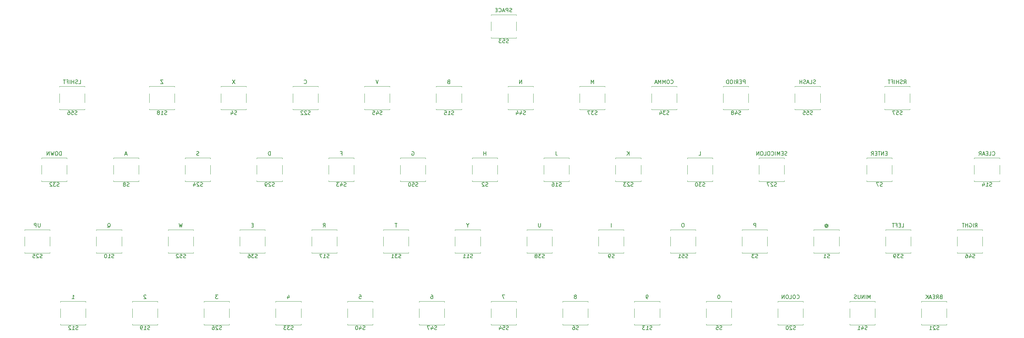
<source format=gbo>
G04 #@! TF.GenerationSoftware,KiCad,Pcbnew,(5.1.10)-1*
G04 #@! TF.CreationDate,2022-01-19T11:14:15-05:00*
G04 #@! TF.ProjectId,CoCo1SwitchBoard,436f436f-3153-4776-9974-6368426f6172,1.0*
G04 #@! TF.SameCoordinates,Original*
G04 #@! TF.FileFunction,Legend,Bot*
G04 #@! TF.FilePolarity,Positive*
%FSLAX46Y46*%
G04 Gerber Fmt 4.6, Leading zero omitted, Abs format (unit mm)*
G04 Created by KiCad (PCBNEW (5.1.10)-1) date 2022-01-19 11:14:15*
%MOMM*%
%LPD*%
G01*
G04 APERTURE LIST*
%ADD10C,0.120000*%
%ADD11C,0.150000*%
G04 APERTURE END LIST*
D10*
X240900000Y72100000D02*
X247600000Y72100000D01*
X247600000Y65900000D02*
X240900000Y65900000D01*
X247600000Y67800000D02*
X247600000Y70200000D01*
X240900000Y67800000D02*
X240900000Y70200000D01*
X240900000Y65900000D02*
X240900000Y66100000D01*
X240900000Y72100000D02*
X240900000Y71900000D01*
X247600000Y72100000D02*
X247600000Y71900000D01*
X247600000Y65900000D02*
X247600000Y66100000D01*
X22400000Y72100000D02*
X29100000Y72100000D01*
X29100000Y65900000D02*
X22400000Y65900000D01*
X29100000Y67800000D02*
X29100000Y70200000D01*
X22400000Y67800000D02*
X22400000Y70200000D01*
X22400000Y65900000D02*
X22400000Y66100000D01*
X22400000Y72100000D02*
X22400000Y71900000D01*
X29100000Y72100000D02*
X29100000Y71900000D01*
X29100000Y65900000D02*
X29100000Y66100000D01*
X217150000Y72100000D02*
X223850000Y72100000D01*
X223850000Y65900000D02*
X217150000Y65900000D01*
X223850000Y67800000D02*
X223850000Y70200000D01*
X217150000Y67800000D02*
X217150000Y70200000D01*
X217150000Y65900000D02*
X217150000Y66100000D01*
X217150000Y72100000D02*
X217150000Y71900000D01*
X223850000Y72100000D02*
X223850000Y71900000D01*
X223850000Y65900000D02*
X223850000Y66100000D01*
X136650000Y15100000D02*
X143350000Y15100000D01*
X143350000Y8900000D02*
X136650000Y8900000D01*
X143350000Y10800000D02*
X143350000Y13200000D01*
X136650000Y10800000D02*
X136650000Y13200000D01*
X136650000Y8900000D02*
X136650000Y9100000D01*
X136650000Y15100000D02*
X136650000Y14900000D01*
X143350000Y15100000D02*
X143350000Y14900000D01*
X143350000Y8900000D02*
X143350000Y9100000D01*
X136650000Y91100000D02*
X143350000Y91100000D01*
X143350000Y84900000D02*
X136650000Y84900000D01*
X143350000Y86800000D02*
X143350000Y89200000D01*
X136650000Y86800000D02*
X136650000Y89200000D01*
X136650000Y84900000D02*
X136650000Y85100000D01*
X136650000Y91100000D02*
X136650000Y90900000D01*
X143350000Y91100000D02*
X143350000Y90900000D01*
X143350000Y84900000D02*
X143350000Y85100000D01*
X51150000Y34100000D02*
X57850000Y34100000D01*
X57850000Y27900000D02*
X51150000Y27900000D01*
X57850000Y29800000D02*
X57850000Y32200000D01*
X51150000Y29800000D02*
X51150000Y32200000D01*
X51150000Y27900000D02*
X51150000Y28100000D01*
X51150000Y34100000D02*
X51150000Y33900000D01*
X57850000Y34100000D02*
X57850000Y33900000D01*
X57850000Y27900000D02*
X57850000Y28100000D01*
X184150000Y34100000D02*
X190850000Y34100000D01*
X190850000Y27900000D02*
X184150000Y27900000D01*
X190850000Y29800000D02*
X190850000Y32200000D01*
X184150000Y29800000D02*
X184150000Y32200000D01*
X184150000Y27900000D02*
X184150000Y28100000D01*
X184150000Y34100000D02*
X184150000Y33900000D01*
X190850000Y34100000D02*
X190850000Y33900000D01*
X190850000Y27900000D02*
X190850000Y28100000D01*
X112650000Y53100000D02*
X119350000Y53100000D01*
X119350000Y46900000D02*
X112650000Y46900000D01*
X119350000Y48800000D02*
X119350000Y51200000D01*
X112650000Y48800000D02*
X112650000Y51200000D01*
X112650000Y46900000D02*
X112650000Y47100000D01*
X112650000Y53100000D02*
X112650000Y52900000D01*
X119350000Y53100000D02*
X119350000Y52900000D01*
X119350000Y46900000D02*
X119350000Y47100000D01*
X198150000Y72100000D02*
X204850000Y72100000D01*
X204850000Y65900000D02*
X198150000Y65900000D01*
X204850000Y67800000D02*
X204850000Y70200000D01*
X198150000Y67800000D02*
X198150000Y70200000D01*
X198150000Y65900000D02*
X198150000Y66100000D01*
X198150000Y72100000D02*
X198150000Y71900000D01*
X204850000Y72100000D02*
X204850000Y71900000D01*
X204850000Y65900000D02*
X204850000Y66100000D01*
X117650000Y15100000D02*
X124350000Y15100000D01*
X124350000Y8900000D02*
X117650000Y8900000D01*
X124350000Y10800000D02*
X124350000Y13200000D01*
X117650000Y10800000D02*
X117650000Y13200000D01*
X117650000Y8900000D02*
X117650000Y9100000D01*
X117650000Y15100000D02*
X117650000Y14900000D01*
X124350000Y15100000D02*
X124350000Y14900000D01*
X124350000Y8900000D02*
X124350000Y9100000D01*
X260150000Y34100000D02*
X266850000Y34100000D01*
X266850000Y27900000D02*
X260150000Y27900000D01*
X266850000Y29800000D02*
X266850000Y32200000D01*
X260150000Y29800000D02*
X260150000Y32200000D01*
X260150000Y27900000D02*
X260150000Y28100000D01*
X260150000Y34100000D02*
X260150000Y33900000D01*
X266850000Y34100000D02*
X266850000Y33900000D01*
X266850000Y27900000D02*
X266850000Y28100000D01*
X103150000Y72100000D02*
X109850000Y72100000D01*
X109850000Y65900000D02*
X103150000Y65900000D01*
X109850000Y67800000D02*
X109850000Y70200000D01*
X103150000Y67800000D02*
X103150000Y70200000D01*
X103150000Y65900000D02*
X103150000Y66100000D01*
X103150000Y72100000D02*
X103150000Y71900000D01*
X109850000Y72100000D02*
X109850000Y71900000D01*
X109850000Y65900000D02*
X109850000Y66100000D01*
X141150000Y72100000D02*
X147850000Y72100000D01*
X147850000Y65900000D02*
X141150000Y65900000D01*
X147850000Y67800000D02*
X147850000Y70200000D01*
X141150000Y67800000D02*
X141150000Y70200000D01*
X141150000Y65900000D02*
X141150000Y66100000D01*
X141150000Y72100000D02*
X141150000Y71900000D01*
X147850000Y72100000D02*
X147850000Y71900000D01*
X147850000Y65900000D02*
X147850000Y66100000D01*
X93650000Y53100000D02*
X100350000Y53100000D01*
X100350000Y46900000D02*
X93650000Y46900000D01*
X100350000Y48800000D02*
X100350000Y51200000D01*
X93650000Y48800000D02*
X93650000Y51200000D01*
X93650000Y46900000D02*
X93650000Y47100000D01*
X93650000Y53100000D02*
X93650000Y52900000D01*
X100350000Y53100000D02*
X100350000Y52900000D01*
X100350000Y46900000D02*
X100350000Y47100000D01*
X231650000Y15100000D02*
X238350000Y15100000D01*
X238350000Y8900000D02*
X231650000Y8900000D01*
X238350000Y10800000D02*
X238350000Y13200000D01*
X231650000Y10800000D02*
X231650000Y13200000D01*
X231650000Y8900000D02*
X231650000Y9100000D01*
X231650000Y15100000D02*
X231650000Y14900000D01*
X238350000Y15100000D02*
X238350000Y14900000D01*
X238350000Y8900000D02*
X238350000Y9100000D01*
X98650000Y15100000D02*
X105350000Y15100000D01*
X105350000Y8900000D02*
X98650000Y8900000D01*
X105350000Y10800000D02*
X105350000Y13200000D01*
X98650000Y10800000D02*
X98650000Y13200000D01*
X98650000Y8900000D02*
X98650000Y9100000D01*
X98650000Y15100000D02*
X98650000Y14900000D01*
X105350000Y15100000D02*
X105350000Y14900000D01*
X105350000Y8900000D02*
X105350000Y9100000D01*
X241150000Y34100000D02*
X247850000Y34100000D01*
X247850000Y27900000D02*
X241150000Y27900000D01*
X247850000Y29800000D02*
X247850000Y32200000D01*
X241150000Y29800000D02*
X241150000Y32200000D01*
X241150000Y27900000D02*
X241150000Y28100000D01*
X241150000Y34100000D02*
X241150000Y33900000D01*
X247850000Y34100000D02*
X247850000Y33900000D01*
X247850000Y27900000D02*
X247850000Y28100000D01*
X146150000Y34100000D02*
X152850000Y34100000D01*
X152850000Y27900000D02*
X146150000Y27900000D01*
X152850000Y29800000D02*
X152850000Y32200000D01*
X146150000Y29800000D02*
X146150000Y32200000D01*
X146150000Y27900000D02*
X146150000Y28100000D01*
X146150000Y34100000D02*
X146150000Y33900000D01*
X152850000Y34100000D02*
X152850000Y33900000D01*
X152850000Y27900000D02*
X152850000Y28100000D01*
X160150000Y72100000D02*
X166850000Y72100000D01*
X166850000Y65900000D02*
X160150000Y65900000D01*
X166850000Y67800000D02*
X166850000Y70200000D01*
X160150000Y67800000D02*
X160150000Y70200000D01*
X160150000Y65900000D02*
X160150000Y66100000D01*
X160150000Y72100000D02*
X160150000Y71900000D01*
X166850000Y72100000D02*
X166850000Y71900000D01*
X166850000Y65900000D02*
X166850000Y66100000D01*
X70150000Y34100000D02*
X76850000Y34100000D01*
X76850000Y27900000D02*
X70150000Y27900000D01*
X76850000Y29800000D02*
X76850000Y32200000D01*
X70150000Y29800000D02*
X70150000Y32200000D01*
X70150000Y27900000D02*
X70150000Y28100000D01*
X70150000Y34100000D02*
X70150000Y33900000D01*
X76850000Y34100000D02*
X76850000Y33900000D01*
X76850000Y27900000D02*
X76850000Y28100000D01*
X179150000Y72100000D02*
X185850000Y72100000D01*
X185850000Y65900000D02*
X179150000Y65900000D01*
X185850000Y67800000D02*
X185850000Y70200000D01*
X179150000Y67800000D02*
X179150000Y70200000D01*
X179150000Y65900000D02*
X179150000Y66100000D01*
X179150000Y72100000D02*
X179150000Y71900000D01*
X185850000Y72100000D02*
X185850000Y71900000D01*
X185850000Y65900000D02*
X185850000Y66100000D01*
X79650000Y15100000D02*
X86350000Y15100000D01*
X86350000Y8900000D02*
X79650000Y8900000D01*
X86350000Y10800000D02*
X86350000Y13200000D01*
X79650000Y10800000D02*
X79650000Y13200000D01*
X79650000Y8900000D02*
X79650000Y9100000D01*
X79650000Y15100000D02*
X79650000Y14900000D01*
X86350000Y15100000D02*
X86350000Y14900000D01*
X86350000Y8900000D02*
X86350000Y9100000D01*
X17650000Y53100000D02*
X24350000Y53100000D01*
X24350000Y46900000D02*
X17650000Y46900000D01*
X24350000Y48800000D02*
X24350000Y51200000D01*
X17650000Y48800000D02*
X17650000Y51200000D01*
X17650000Y46900000D02*
X17650000Y47100000D01*
X17650000Y53100000D02*
X17650000Y52900000D01*
X24350000Y53100000D02*
X24350000Y52900000D01*
X24350000Y46900000D02*
X24350000Y47100000D01*
X108150000Y34100000D02*
X114850000Y34100000D01*
X114850000Y27900000D02*
X108150000Y27900000D01*
X114850000Y29800000D02*
X114850000Y32200000D01*
X108150000Y29800000D02*
X108150000Y32200000D01*
X108150000Y27900000D02*
X108150000Y28100000D01*
X108150000Y34100000D02*
X108150000Y33900000D01*
X114850000Y34100000D02*
X114850000Y33900000D01*
X114850000Y27900000D02*
X114850000Y28100000D01*
X188650000Y53100000D02*
X195350000Y53100000D01*
X195350000Y46900000D02*
X188650000Y46900000D01*
X195350000Y48800000D02*
X195350000Y51200000D01*
X188650000Y48800000D02*
X188650000Y51200000D01*
X188650000Y46900000D02*
X188650000Y47100000D01*
X188650000Y53100000D02*
X188650000Y52900000D01*
X195350000Y53100000D02*
X195350000Y52900000D01*
X195350000Y46900000D02*
X195350000Y47100000D01*
X74650000Y53100000D02*
X81350000Y53100000D01*
X81350000Y46900000D02*
X74650000Y46900000D01*
X81350000Y48800000D02*
X81350000Y51200000D01*
X74650000Y48800000D02*
X74650000Y51200000D01*
X74650000Y46900000D02*
X74650000Y47100000D01*
X74650000Y53100000D02*
X74650000Y52900000D01*
X81350000Y53100000D02*
X81350000Y52900000D01*
X81350000Y46900000D02*
X81350000Y47100000D01*
X207650000Y53100000D02*
X214350000Y53100000D01*
X214350000Y46900000D02*
X207650000Y46900000D01*
X214350000Y48800000D02*
X214350000Y51200000D01*
X207650000Y48800000D02*
X207650000Y51200000D01*
X207650000Y46900000D02*
X207650000Y47100000D01*
X207650000Y53100000D02*
X207650000Y52900000D01*
X214350000Y53100000D02*
X214350000Y52900000D01*
X214350000Y46900000D02*
X214350000Y47100000D01*
X60650000Y15100000D02*
X67350000Y15100000D01*
X67350000Y8900000D02*
X60650000Y8900000D01*
X67350000Y10800000D02*
X67350000Y13200000D01*
X60650000Y10800000D02*
X60650000Y13200000D01*
X60650000Y8900000D02*
X60650000Y9100000D01*
X60650000Y15100000D02*
X60650000Y14900000D01*
X67350000Y15100000D02*
X67350000Y14900000D01*
X67350000Y8900000D02*
X67350000Y9100000D01*
X13150000Y34100000D02*
X19850000Y34100000D01*
X19850000Y27900000D02*
X13150000Y27900000D01*
X19850000Y29800000D02*
X19850000Y32200000D01*
X13150000Y29800000D02*
X13150000Y32200000D01*
X13150000Y27900000D02*
X13150000Y28100000D01*
X13150000Y34100000D02*
X13150000Y33900000D01*
X19850000Y34100000D02*
X19850000Y33900000D01*
X19850000Y27900000D02*
X19850000Y28100000D01*
X55650000Y53100000D02*
X62350000Y53100000D01*
X62350000Y46900000D02*
X55650000Y46900000D01*
X62350000Y48800000D02*
X62350000Y51200000D01*
X55650000Y48800000D02*
X55650000Y51200000D01*
X55650000Y46900000D02*
X55650000Y47100000D01*
X55650000Y53100000D02*
X55650000Y52900000D01*
X62350000Y53100000D02*
X62350000Y52900000D01*
X62350000Y46900000D02*
X62350000Y47100000D01*
X169650000Y53100000D02*
X176350000Y53100000D01*
X176350000Y46900000D02*
X169650000Y46900000D01*
X176350000Y48800000D02*
X176350000Y51200000D01*
X169650000Y48800000D02*
X169650000Y51200000D01*
X169650000Y46900000D02*
X169650000Y47100000D01*
X169650000Y53100000D02*
X169650000Y52900000D01*
X176350000Y53100000D02*
X176350000Y52900000D01*
X176350000Y46900000D02*
X176350000Y47100000D01*
X84150000Y72100000D02*
X90850000Y72100000D01*
X90850000Y65900000D02*
X84150000Y65900000D01*
X90850000Y67800000D02*
X90850000Y70200000D01*
X84150000Y67800000D02*
X84150000Y70200000D01*
X84150000Y65900000D02*
X84150000Y66100000D01*
X84150000Y72100000D02*
X84150000Y71900000D01*
X90850000Y72100000D02*
X90850000Y71900000D01*
X90850000Y65900000D02*
X90850000Y66100000D01*
X250650000Y15100000D02*
X257350000Y15100000D01*
X257350000Y8900000D02*
X250650000Y8900000D01*
X257350000Y10800000D02*
X257350000Y13200000D01*
X250650000Y10800000D02*
X250650000Y13200000D01*
X250650000Y8900000D02*
X250650000Y9100000D01*
X250650000Y15100000D02*
X250650000Y14900000D01*
X257350000Y15100000D02*
X257350000Y14900000D01*
X257350000Y8900000D02*
X257350000Y9100000D01*
X212650000Y15100000D02*
X219350000Y15100000D01*
X219350000Y8900000D02*
X212650000Y8900000D01*
X219350000Y10800000D02*
X219350000Y13200000D01*
X212650000Y10800000D02*
X212650000Y13200000D01*
X212650000Y8900000D02*
X212650000Y9100000D01*
X212650000Y15100000D02*
X212650000Y14900000D01*
X219350000Y15100000D02*
X219350000Y14900000D01*
X219350000Y8900000D02*
X219350000Y9100000D01*
X41650000Y15100000D02*
X48350000Y15100000D01*
X48350000Y8900000D02*
X41650000Y8900000D01*
X48350000Y10800000D02*
X48350000Y13200000D01*
X41650000Y10800000D02*
X41650000Y13200000D01*
X41650000Y8900000D02*
X41650000Y9100000D01*
X41650000Y15100000D02*
X41650000Y14900000D01*
X48350000Y15100000D02*
X48350000Y14900000D01*
X48350000Y8900000D02*
X48350000Y9100000D01*
X46150000Y72100000D02*
X52850000Y72100000D01*
X52850000Y65900000D02*
X46150000Y65900000D01*
X52850000Y67800000D02*
X52850000Y70200000D01*
X46150000Y67800000D02*
X46150000Y70200000D01*
X46150000Y65900000D02*
X46150000Y66100000D01*
X46150000Y72100000D02*
X46150000Y71900000D01*
X52850000Y72100000D02*
X52850000Y71900000D01*
X52850000Y65900000D02*
X52850000Y66100000D01*
X89150000Y34100000D02*
X95850000Y34100000D01*
X95850000Y27900000D02*
X89150000Y27900000D01*
X95850000Y29800000D02*
X95850000Y32200000D01*
X89150000Y29800000D02*
X89150000Y32200000D01*
X89150000Y27900000D02*
X89150000Y28100000D01*
X89150000Y34100000D02*
X89150000Y33900000D01*
X95850000Y34100000D02*
X95850000Y33900000D01*
X95850000Y27900000D02*
X95850000Y28100000D01*
X150650000Y53100000D02*
X157350000Y53100000D01*
X157350000Y46900000D02*
X150650000Y46900000D01*
X157350000Y48800000D02*
X157350000Y51200000D01*
X150650000Y48800000D02*
X150650000Y51200000D01*
X150650000Y46900000D02*
X150650000Y47100000D01*
X150650000Y53100000D02*
X150650000Y52900000D01*
X157350000Y53100000D02*
X157350000Y52900000D01*
X157350000Y46900000D02*
X157350000Y47100000D01*
X122150000Y72100000D02*
X128850000Y72100000D01*
X128850000Y65900000D02*
X122150000Y65900000D01*
X128850000Y67800000D02*
X128850000Y70200000D01*
X122150000Y67800000D02*
X122150000Y70200000D01*
X122150000Y65900000D02*
X122150000Y66100000D01*
X122150000Y72100000D02*
X122150000Y71900000D01*
X128850000Y72100000D02*
X128850000Y71900000D01*
X128850000Y65900000D02*
X128850000Y66100000D01*
X264650000Y53100000D02*
X271350000Y53100000D01*
X271350000Y46900000D02*
X264650000Y46900000D01*
X271350000Y48800000D02*
X271350000Y51200000D01*
X264650000Y48800000D02*
X264650000Y51200000D01*
X264650000Y46900000D02*
X264650000Y47100000D01*
X264650000Y53100000D02*
X264650000Y52900000D01*
X271350000Y53100000D02*
X271350000Y52900000D01*
X271350000Y46900000D02*
X271350000Y47100000D01*
X174650000Y15100000D02*
X181350000Y15100000D01*
X181350000Y8900000D02*
X174650000Y8900000D01*
X181350000Y10800000D02*
X181350000Y13200000D01*
X174650000Y10800000D02*
X174650000Y13200000D01*
X174650000Y8900000D02*
X174650000Y9100000D01*
X174650000Y15100000D02*
X174650000Y14900000D01*
X181350000Y15100000D02*
X181350000Y14900000D01*
X181350000Y8900000D02*
X181350000Y9100000D01*
X22650000Y15100000D02*
X29350000Y15100000D01*
X29350000Y8900000D02*
X22650000Y8900000D01*
X29350000Y10800000D02*
X29350000Y13200000D01*
X22650000Y10800000D02*
X22650000Y13200000D01*
X22650000Y8900000D02*
X22650000Y9100000D01*
X22650000Y15100000D02*
X22650000Y14900000D01*
X29350000Y15100000D02*
X29350000Y14900000D01*
X29350000Y8900000D02*
X29350000Y9100000D01*
X127150000Y34100000D02*
X133850000Y34100000D01*
X133850000Y27900000D02*
X127150000Y27900000D01*
X133850000Y29800000D02*
X133850000Y32200000D01*
X127150000Y29800000D02*
X127150000Y32200000D01*
X127150000Y27900000D02*
X127150000Y28100000D01*
X127150000Y34100000D02*
X127150000Y33900000D01*
X133850000Y34100000D02*
X133850000Y33900000D01*
X133850000Y27900000D02*
X133850000Y28100000D01*
X32150000Y34100000D02*
X38850000Y34100000D01*
X38850000Y27900000D02*
X32150000Y27900000D01*
X38850000Y29800000D02*
X38850000Y32200000D01*
X32150000Y29800000D02*
X32150000Y32200000D01*
X32150000Y27900000D02*
X32150000Y28100000D01*
X32150000Y34100000D02*
X32150000Y33900000D01*
X38850000Y34100000D02*
X38850000Y33900000D01*
X38850000Y27900000D02*
X38850000Y28100000D01*
X165150000Y34100000D02*
X171850000Y34100000D01*
X171850000Y27900000D02*
X165150000Y27900000D01*
X171850000Y29800000D02*
X171850000Y32200000D01*
X165150000Y29800000D02*
X165150000Y32200000D01*
X165150000Y27900000D02*
X165150000Y28100000D01*
X165150000Y34100000D02*
X165150000Y33900000D01*
X171850000Y34100000D02*
X171850000Y33900000D01*
X171850000Y27900000D02*
X171850000Y28100000D01*
X36650000Y53100000D02*
X43350000Y53100000D01*
X43350000Y46900000D02*
X36650000Y46900000D01*
X43350000Y48800000D02*
X43350000Y51200000D01*
X36650000Y48800000D02*
X36650000Y51200000D01*
X36650000Y46900000D02*
X36650000Y47100000D01*
X36650000Y53100000D02*
X36650000Y52900000D01*
X43350000Y53100000D02*
X43350000Y52900000D01*
X43350000Y46900000D02*
X43350000Y47100000D01*
X236150000Y53100000D02*
X242850000Y53100000D01*
X242850000Y46900000D02*
X236150000Y46900000D01*
X242850000Y48800000D02*
X242850000Y51200000D01*
X236150000Y48800000D02*
X236150000Y51200000D01*
X236150000Y46900000D02*
X236150000Y47100000D01*
X236150000Y53100000D02*
X236150000Y52900000D01*
X242850000Y53100000D02*
X242850000Y52900000D01*
X242850000Y46900000D02*
X242850000Y47100000D01*
X155650000Y15100000D02*
X162350000Y15100000D01*
X162350000Y8900000D02*
X155650000Y8900000D01*
X162350000Y10800000D02*
X162350000Y13200000D01*
X155650000Y10800000D02*
X155650000Y13200000D01*
X155650000Y8900000D02*
X155650000Y9100000D01*
X155650000Y15100000D02*
X155650000Y14900000D01*
X162350000Y15100000D02*
X162350000Y14900000D01*
X162350000Y8900000D02*
X162350000Y9100000D01*
X193650000Y15100000D02*
X200350000Y15100000D01*
X200350000Y8900000D02*
X193650000Y8900000D01*
X200350000Y10800000D02*
X200350000Y13200000D01*
X193650000Y10800000D02*
X193650000Y13200000D01*
X193650000Y8900000D02*
X193650000Y9100000D01*
X193650000Y15100000D02*
X193650000Y14900000D01*
X200350000Y15100000D02*
X200350000Y14900000D01*
X200350000Y8900000D02*
X200350000Y9100000D01*
X65150000Y72100000D02*
X71850000Y72100000D01*
X71850000Y65900000D02*
X65150000Y65900000D01*
X71850000Y67800000D02*
X71850000Y70200000D01*
X65150000Y67800000D02*
X65150000Y70200000D01*
X65150000Y65900000D02*
X65150000Y66100000D01*
X65150000Y72100000D02*
X65150000Y71900000D01*
X71850000Y72100000D02*
X71850000Y71900000D01*
X71850000Y65900000D02*
X71850000Y66100000D01*
X203150000Y34100000D02*
X209850000Y34100000D01*
X209850000Y27900000D02*
X203150000Y27900000D01*
X209850000Y29800000D02*
X209850000Y32200000D01*
X203150000Y29800000D02*
X203150000Y32200000D01*
X203150000Y27900000D02*
X203150000Y28100000D01*
X203150000Y34100000D02*
X203150000Y33900000D01*
X209850000Y34100000D02*
X209850000Y33900000D01*
X209850000Y27900000D02*
X209850000Y28100000D01*
X131650000Y53100000D02*
X138350000Y53100000D01*
X138350000Y46900000D02*
X131650000Y46900000D01*
X138350000Y48800000D02*
X138350000Y51200000D01*
X131650000Y48800000D02*
X131650000Y51200000D01*
X131650000Y46900000D02*
X131650000Y47100000D01*
X131650000Y53100000D02*
X131650000Y52900000D01*
X138350000Y53100000D02*
X138350000Y52900000D01*
X138350000Y46900000D02*
X138350000Y47100000D01*
X222150000Y34100000D02*
X228850000Y34100000D01*
X228850000Y27900000D02*
X222150000Y27900000D01*
X228850000Y29800000D02*
X228850000Y32200000D01*
X222150000Y29800000D02*
X222150000Y32200000D01*
X222150000Y27900000D02*
X222150000Y28100000D01*
X222150000Y34100000D02*
X222150000Y33900000D01*
X228850000Y34100000D02*
X228850000Y33900000D01*
X228850000Y27900000D02*
X228850000Y28100000D01*
D11*
X245538095Y64645238D02*
X245395238Y64597619D01*
X245157142Y64597619D01*
X245061904Y64645238D01*
X245014285Y64692857D01*
X244966666Y64788095D01*
X244966666Y64883333D01*
X245014285Y64978571D01*
X245061904Y65026190D01*
X245157142Y65073809D01*
X245347619Y65121428D01*
X245442857Y65169047D01*
X245490476Y65216666D01*
X245538095Y65311904D01*
X245538095Y65407142D01*
X245490476Y65502380D01*
X245442857Y65550000D01*
X245347619Y65597619D01*
X245109523Y65597619D01*
X244966666Y65550000D01*
X244061904Y65597619D02*
X244538095Y65597619D01*
X244585714Y65121428D01*
X244538095Y65169047D01*
X244442857Y65216666D01*
X244204761Y65216666D01*
X244109523Y65169047D01*
X244061904Y65121428D01*
X244014285Y65026190D01*
X244014285Y64788095D01*
X244061904Y64692857D01*
X244109523Y64645238D01*
X244204761Y64597619D01*
X244442857Y64597619D01*
X244538095Y64645238D01*
X244585714Y64692857D01*
X243680952Y65597619D02*
X243014285Y65597619D01*
X243442857Y64597619D01*
X245988095Y72797619D02*
X246321428Y73273809D01*
X246559523Y72797619D02*
X246559523Y73797619D01*
X246178571Y73797619D01*
X246083333Y73750000D01*
X246035714Y73702380D01*
X245988095Y73607142D01*
X245988095Y73464285D01*
X246035714Y73369047D01*
X246083333Y73321428D01*
X246178571Y73273809D01*
X246559523Y73273809D01*
X245607142Y72845238D02*
X245464285Y72797619D01*
X245226190Y72797619D01*
X245130952Y72845238D01*
X245083333Y72892857D01*
X245035714Y72988095D01*
X245035714Y73083333D01*
X245083333Y73178571D01*
X245130952Y73226190D01*
X245226190Y73273809D01*
X245416666Y73321428D01*
X245511904Y73369047D01*
X245559523Y73416666D01*
X245607142Y73511904D01*
X245607142Y73607142D01*
X245559523Y73702380D01*
X245511904Y73750000D01*
X245416666Y73797619D01*
X245178571Y73797619D01*
X245035714Y73750000D01*
X244607142Y72797619D02*
X244607142Y73797619D01*
X244607142Y73321428D02*
X244035714Y73321428D01*
X244035714Y72797619D02*
X244035714Y73797619D01*
X243559523Y72797619D02*
X243559523Y73797619D01*
X242750000Y73321428D02*
X243083333Y73321428D01*
X243083333Y72797619D02*
X243083333Y73797619D01*
X242607142Y73797619D01*
X242369047Y73797619D02*
X241797619Y73797619D01*
X242083333Y72797619D02*
X242083333Y73797619D01*
X27038095Y64645238D02*
X26895238Y64597619D01*
X26657142Y64597619D01*
X26561904Y64645238D01*
X26514285Y64692857D01*
X26466666Y64788095D01*
X26466666Y64883333D01*
X26514285Y64978571D01*
X26561904Y65026190D01*
X26657142Y65073809D01*
X26847619Y65121428D01*
X26942857Y65169047D01*
X26990476Y65216666D01*
X27038095Y65311904D01*
X27038095Y65407142D01*
X26990476Y65502380D01*
X26942857Y65550000D01*
X26847619Y65597619D01*
X26609523Y65597619D01*
X26466666Y65550000D01*
X25561904Y65597619D02*
X26038095Y65597619D01*
X26085714Y65121428D01*
X26038095Y65169047D01*
X25942857Y65216666D01*
X25704761Y65216666D01*
X25609523Y65169047D01*
X25561904Y65121428D01*
X25514285Y65026190D01*
X25514285Y64788095D01*
X25561904Y64692857D01*
X25609523Y64645238D01*
X25704761Y64597619D01*
X25942857Y64597619D01*
X26038095Y64645238D01*
X26085714Y64692857D01*
X24657142Y65597619D02*
X24847619Y65597619D01*
X24942857Y65550000D01*
X24990476Y65502380D01*
X25085714Y65359523D01*
X25133333Y65169047D01*
X25133333Y64788095D01*
X25085714Y64692857D01*
X25038095Y64645238D01*
X24942857Y64597619D01*
X24752380Y64597619D01*
X24657142Y64645238D01*
X24609523Y64692857D01*
X24561904Y64788095D01*
X24561904Y65026190D01*
X24609523Y65121428D01*
X24657142Y65169047D01*
X24752380Y65216666D01*
X24942857Y65216666D01*
X25038095Y65169047D01*
X25085714Y65121428D01*
X25133333Y65026190D01*
X27488095Y72797619D02*
X27964285Y72797619D01*
X27964285Y73797619D01*
X27202380Y72845238D02*
X27059523Y72797619D01*
X26821428Y72797619D01*
X26726190Y72845238D01*
X26678571Y72892857D01*
X26630952Y72988095D01*
X26630952Y73083333D01*
X26678571Y73178571D01*
X26726190Y73226190D01*
X26821428Y73273809D01*
X27011904Y73321428D01*
X27107142Y73369047D01*
X27154761Y73416666D01*
X27202380Y73511904D01*
X27202380Y73607142D01*
X27154761Y73702380D01*
X27107142Y73750000D01*
X27011904Y73797619D01*
X26773809Y73797619D01*
X26630952Y73750000D01*
X26202380Y72797619D02*
X26202380Y73797619D01*
X26202380Y73321428D02*
X25630952Y73321428D01*
X25630952Y72797619D02*
X25630952Y73797619D01*
X25154761Y72797619D02*
X25154761Y73797619D01*
X24345238Y73321428D02*
X24678571Y73321428D01*
X24678571Y72797619D02*
X24678571Y73797619D01*
X24202380Y73797619D01*
X23964285Y73797619D02*
X23392857Y73797619D01*
X23678571Y72797619D02*
X23678571Y73797619D01*
X221788095Y64645238D02*
X221645238Y64597619D01*
X221407142Y64597619D01*
X221311904Y64645238D01*
X221264285Y64692857D01*
X221216666Y64788095D01*
X221216666Y64883333D01*
X221264285Y64978571D01*
X221311904Y65026190D01*
X221407142Y65073809D01*
X221597619Y65121428D01*
X221692857Y65169047D01*
X221740476Y65216666D01*
X221788095Y65311904D01*
X221788095Y65407142D01*
X221740476Y65502380D01*
X221692857Y65550000D01*
X221597619Y65597619D01*
X221359523Y65597619D01*
X221216666Y65550000D01*
X220311904Y65597619D02*
X220788095Y65597619D01*
X220835714Y65121428D01*
X220788095Y65169047D01*
X220692857Y65216666D01*
X220454761Y65216666D01*
X220359523Y65169047D01*
X220311904Y65121428D01*
X220264285Y65026190D01*
X220264285Y64788095D01*
X220311904Y64692857D01*
X220359523Y64645238D01*
X220454761Y64597619D01*
X220692857Y64597619D01*
X220788095Y64645238D01*
X220835714Y64692857D01*
X219359523Y65597619D02*
X219835714Y65597619D01*
X219883333Y65121428D01*
X219835714Y65169047D01*
X219740476Y65216666D01*
X219502380Y65216666D01*
X219407142Y65169047D01*
X219359523Y65121428D01*
X219311904Y65026190D01*
X219311904Y64788095D01*
X219359523Y64692857D01*
X219407142Y64645238D01*
X219502380Y64597619D01*
X219740476Y64597619D01*
X219835714Y64645238D01*
X219883333Y64692857D01*
X222619047Y72845238D02*
X222476190Y72797619D01*
X222238095Y72797619D01*
X222142857Y72845238D01*
X222095238Y72892857D01*
X222047619Y72988095D01*
X222047619Y73083333D01*
X222095238Y73178571D01*
X222142857Y73226190D01*
X222238095Y73273809D01*
X222428571Y73321428D01*
X222523809Y73369047D01*
X222571428Y73416666D01*
X222619047Y73511904D01*
X222619047Y73607142D01*
X222571428Y73702380D01*
X222523809Y73750000D01*
X222428571Y73797619D01*
X222190476Y73797619D01*
X222047619Y73750000D01*
X221142857Y72797619D02*
X221619047Y72797619D01*
X221619047Y73797619D01*
X220857142Y73083333D02*
X220380952Y73083333D01*
X220952380Y72797619D02*
X220619047Y73797619D01*
X220285714Y72797619D01*
X220000000Y72845238D02*
X219857142Y72797619D01*
X219619047Y72797619D01*
X219523809Y72845238D01*
X219476190Y72892857D01*
X219428571Y72988095D01*
X219428571Y73083333D01*
X219476190Y73178571D01*
X219523809Y73226190D01*
X219619047Y73273809D01*
X219809523Y73321428D01*
X219904761Y73369047D01*
X219952380Y73416666D01*
X220000000Y73511904D01*
X220000000Y73607142D01*
X219952380Y73702380D01*
X219904761Y73750000D01*
X219809523Y73797619D01*
X219571428Y73797619D01*
X219428571Y73750000D01*
X219000000Y72797619D02*
X219000000Y73797619D01*
X219000000Y73321428D02*
X218428571Y73321428D01*
X218428571Y72797619D02*
X218428571Y73797619D01*
X141288095Y7645238D02*
X141145238Y7597619D01*
X140907142Y7597619D01*
X140811904Y7645238D01*
X140764285Y7692857D01*
X140716666Y7788095D01*
X140716666Y7883333D01*
X140764285Y7978571D01*
X140811904Y8026190D01*
X140907142Y8073809D01*
X141097619Y8121428D01*
X141192857Y8169047D01*
X141240476Y8216666D01*
X141288095Y8311904D01*
X141288095Y8407142D01*
X141240476Y8502380D01*
X141192857Y8550000D01*
X141097619Y8597619D01*
X140859523Y8597619D01*
X140716666Y8550000D01*
X139811904Y8597619D02*
X140288095Y8597619D01*
X140335714Y8121428D01*
X140288095Y8169047D01*
X140192857Y8216666D01*
X139954761Y8216666D01*
X139859523Y8169047D01*
X139811904Y8121428D01*
X139764285Y8026190D01*
X139764285Y7788095D01*
X139811904Y7692857D01*
X139859523Y7645238D01*
X139954761Y7597619D01*
X140192857Y7597619D01*
X140288095Y7645238D01*
X140335714Y7692857D01*
X138907142Y8264285D02*
X138907142Y7597619D01*
X139145238Y8645238D02*
X139383333Y7930952D01*
X138764285Y7930952D01*
X140333333Y16797619D02*
X139666666Y16797619D01*
X140095238Y15797619D01*
X141288095Y83645238D02*
X141145238Y83597619D01*
X140907142Y83597619D01*
X140811904Y83645238D01*
X140764285Y83692857D01*
X140716666Y83788095D01*
X140716666Y83883333D01*
X140764285Y83978571D01*
X140811904Y84026190D01*
X140907142Y84073809D01*
X141097619Y84121428D01*
X141192857Y84169047D01*
X141240476Y84216666D01*
X141288095Y84311904D01*
X141288095Y84407142D01*
X141240476Y84502380D01*
X141192857Y84550000D01*
X141097619Y84597619D01*
X140859523Y84597619D01*
X140716666Y84550000D01*
X139811904Y84597619D02*
X140288095Y84597619D01*
X140335714Y84121428D01*
X140288095Y84169047D01*
X140192857Y84216666D01*
X139954761Y84216666D01*
X139859523Y84169047D01*
X139811904Y84121428D01*
X139764285Y84026190D01*
X139764285Y83788095D01*
X139811904Y83692857D01*
X139859523Y83645238D01*
X139954761Y83597619D01*
X140192857Y83597619D01*
X140288095Y83645238D01*
X140335714Y83692857D01*
X139430952Y84597619D02*
X138811904Y84597619D01*
X139145238Y84216666D01*
X139002380Y84216666D01*
X138907142Y84169047D01*
X138859523Y84121428D01*
X138811904Y84026190D01*
X138811904Y83788095D01*
X138859523Y83692857D01*
X138907142Y83645238D01*
X139002380Y83597619D01*
X139288095Y83597619D01*
X139383333Y83645238D01*
X139430952Y83692857D01*
X142166666Y91845238D02*
X142023809Y91797619D01*
X141785714Y91797619D01*
X141690476Y91845238D01*
X141642857Y91892857D01*
X141595238Y91988095D01*
X141595238Y92083333D01*
X141642857Y92178571D01*
X141690476Y92226190D01*
X141785714Y92273809D01*
X141976190Y92321428D01*
X142071428Y92369047D01*
X142119047Y92416666D01*
X142166666Y92511904D01*
X142166666Y92607142D01*
X142119047Y92702380D01*
X142071428Y92750000D01*
X141976190Y92797619D01*
X141738095Y92797619D01*
X141595238Y92750000D01*
X141166666Y91797619D02*
X141166666Y92797619D01*
X140785714Y92797619D01*
X140690476Y92750000D01*
X140642857Y92702380D01*
X140595238Y92607142D01*
X140595238Y92464285D01*
X140642857Y92369047D01*
X140690476Y92321428D01*
X140785714Y92273809D01*
X141166666Y92273809D01*
X140214285Y92083333D02*
X139738095Y92083333D01*
X140309523Y91797619D02*
X139976190Y92797619D01*
X139642857Y91797619D01*
X138738095Y91892857D02*
X138785714Y91845238D01*
X138928571Y91797619D01*
X139023809Y91797619D01*
X139166666Y91845238D01*
X139261904Y91940476D01*
X139309523Y92035714D01*
X139357142Y92226190D01*
X139357142Y92369047D01*
X139309523Y92559523D01*
X139261904Y92654761D01*
X139166666Y92750000D01*
X139023809Y92797619D01*
X138928571Y92797619D01*
X138785714Y92750000D01*
X138738095Y92702380D01*
X138309523Y92321428D02*
X137976190Y92321428D01*
X137833333Y91797619D02*
X138309523Y91797619D01*
X138309523Y92797619D01*
X137833333Y92797619D01*
X55788095Y26645238D02*
X55645238Y26597619D01*
X55407142Y26597619D01*
X55311904Y26645238D01*
X55264285Y26692857D01*
X55216666Y26788095D01*
X55216666Y26883333D01*
X55264285Y26978571D01*
X55311904Y27026190D01*
X55407142Y27073809D01*
X55597619Y27121428D01*
X55692857Y27169047D01*
X55740476Y27216666D01*
X55788095Y27311904D01*
X55788095Y27407142D01*
X55740476Y27502380D01*
X55692857Y27550000D01*
X55597619Y27597619D01*
X55359523Y27597619D01*
X55216666Y27550000D01*
X54311904Y27597619D02*
X54788095Y27597619D01*
X54835714Y27121428D01*
X54788095Y27169047D01*
X54692857Y27216666D01*
X54454761Y27216666D01*
X54359523Y27169047D01*
X54311904Y27121428D01*
X54264285Y27026190D01*
X54264285Y26788095D01*
X54311904Y26692857D01*
X54359523Y26645238D01*
X54454761Y26597619D01*
X54692857Y26597619D01*
X54788095Y26645238D01*
X54835714Y26692857D01*
X53883333Y27502380D02*
X53835714Y27550000D01*
X53740476Y27597619D01*
X53502380Y27597619D01*
X53407142Y27550000D01*
X53359523Y27502380D01*
X53311904Y27407142D01*
X53311904Y27311904D01*
X53359523Y27169047D01*
X53930952Y26597619D01*
X53311904Y26597619D01*
X54928571Y35797619D02*
X54690476Y34797619D01*
X54500000Y35511904D01*
X54309523Y34797619D01*
X54071428Y35797619D01*
X188788095Y26645238D02*
X188645238Y26597619D01*
X188407142Y26597619D01*
X188311904Y26645238D01*
X188264285Y26692857D01*
X188216666Y26788095D01*
X188216666Y26883333D01*
X188264285Y26978571D01*
X188311904Y27026190D01*
X188407142Y27073809D01*
X188597619Y27121428D01*
X188692857Y27169047D01*
X188740476Y27216666D01*
X188788095Y27311904D01*
X188788095Y27407142D01*
X188740476Y27502380D01*
X188692857Y27550000D01*
X188597619Y27597619D01*
X188359523Y27597619D01*
X188216666Y27550000D01*
X187311904Y27597619D02*
X187788095Y27597619D01*
X187835714Y27121428D01*
X187788095Y27169047D01*
X187692857Y27216666D01*
X187454761Y27216666D01*
X187359523Y27169047D01*
X187311904Y27121428D01*
X187264285Y27026190D01*
X187264285Y26788095D01*
X187311904Y26692857D01*
X187359523Y26645238D01*
X187454761Y26597619D01*
X187692857Y26597619D01*
X187788095Y26645238D01*
X187835714Y26692857D01*
X186311904Y26597619D02*
X186883333Y26597619D01*
X186597619Y26597619D02*
X186597619Y27597619D01*
X186692857Y27454761D01*
X186788095Y27359523D01*
X186883333Y27311904D01*
X187595238Y35797619D02*
X187404761Y35797619D01*
X187309523Y35750000D01*
X187214285Y35654761D01*
X187166666Y35464285D01*
X187166666Y35130952D01*
X187214285Y34940476D01*
X187309523Y34845238D01*
X187404761Y34797619D01*
X187595238Y34797619D01*
X187690476Y34845238D01*
X187785714Y34940476D01*
X187833333Y35130952D01*
X187833333Y35464285D01*
X187785714Y35654761D01*
X187690476Y35750000D01*
X187595238Y35797619D01*
X117288095Y45645238D02*
X117145238Y45597619D01*
X116907142Y45597619D01*
X116811904Y45645238D01*
X116764285Y45692857D01*
X116716666Y45788095D01*
X116716666Y45883333D01*
X116764285Y45978571D01*
X116811904Y46026190D01*
X116907142Y46073809D01*
X117097619Y46121428D01*
X117192857Y46169047D01*
X117240476Y46216666D01*
X117288095Y46311904D01*
X117288095Y46407142D01*
X117240476Y46502380D01*
X117192857Y46550000D01*
X117097619Y46597619D01*
X116859523Y46597619D01*
X116716666Y46550000D01*
X115811904Y46597619D02*
X116288095Y46597619D01*
X116335714Y46121428D01*
X116288095Y46169047D01*
X116192857Y46216666D01*
X115954761Y46216666D01*
X115859523Y46169047D01*
X115811904Y46121428D01*
X115764285Y46026190D01*
X115764285Y45788095D01*
X115811904Y45692857D01*
X115859523Y45645238D01*
X115954761Y45597619D01*
X116192857Y45597619D01*
X116288095Y45645238D01*
X116335714Y45692857D01*
X115145238Y46597619D02*
X115050000Y46597619D01*
X114954761Y46550000D01*
X114907142Y46502380D01*
X114859523Y46407142D01*
X114811904Y46216666D01*
X114811904Y45978571D01*
X114859523Y45788095D01*
X114907142Y45692857D01*
X114954761Y45645238D01*
X115050000Y45597619D01*
X115145238Y45597619D01*
X115240476Y45645238D01*
X115288095Y45692857D01*
X115335714Y45788095D01*
X115383333Y45978571D01*
X115383333Y46216666D01*
X115335714Y46407142D01*
X115288095Y46502380D01*
X115240476Y46550000D01*
X115145238Y46597619D01*
X115738095Y54750000D02*
X115833333Y54797619D01*
X115976190Y54797619D01*
X116119047Y54750000D01*
X116214285Y54654761D01*
X116261904Y54559523D01*
X116309523Y54369047D01*
X116309523Y54226190D01*
X116261904Y54035714D01*
X116214285Y53940476D01*
X116119047Y53845238D01*
X115976190Y53797619D01*
X115880952Y53797619D01*
X115738095Y53845238D01*
X115690476Y53892857D01*
X115690476Y54226190D01*
X115880952Y54226190D01*
X202788095Y64645238D02*
X202645238Y64597619D01*
X202407142Y64597619D01*
X202311904Y64645238D01*
X202264285Y64692857D01*
X202216666Y64788095D01*
X202216666Y64883333D01*
X202264285Y64978571D01*
X202311904Y65026190D01*
X202407142Y65073809D01*
X202597619Y65121428D01*
X202692857Y65169047D01*
X202740476Y65216666D01*
X202788095Y65311904D01*
X202788095Y65407142D01*
X202740476Y65502380D01*
X202692857Y65550000D01*
X202597619Y65597619D01*
X202359523Y65597619D01*
X202216666Y65550000D01*
X201359523Y65264285D02*
X201359523Y64597619D01*
X201597619Y65645238D02*
X201835714Y64930952D01*
X201216666Y64930952D01*
X200692857Y65169047D02*
X200788095Y65216666D01*
X200835714Y65264285D01*
X200883333Y65359523D01*
X200883333Y65407142D01*
X200835714Y65502380D01*
X200788095Y65550000D01*
X200692857Y65597619D01*
X200502380Y65597619D01*
X200407142Y65550000D01*
X200359523Y65502380D01*
X200311904Y65407142D01*
X200311904Y65359523D01*
X200359523Y65264285D01*
X200407142Y65216666D01*
X200502380Y65169047D01*
X200692857Y65169047D01*
X200788095Y65121428D01*
X200835714Y65073809D01*
X200883333Y64978571D01*
X200883333Y64788095D01*
X200835714Y64692857D01*
X200788095Y64645238D01*
X200692857Y64597619D01*
X200502380Y64597619D01*
X200407142Y64645238D01*
X200359523Y64692857D01*
X200311904Y64788095D01*
X200311904Y64978571D01*
X200359523Y65073809D01*
X200407142Y65121428D01*
X200502380Y65169047D01*
X203976190Y72797619D02*
X203976190Y73797619D01*
X203595238Y73797619D01*
X203500000Y73750000D01*
X203452380Y73702380D01*
X203404761Y73607142D01*
X203404761Y73464285D01*
X203452380Y73369047D01*
X203500000Y73321428D01*
X203595238Y73273809D01*
X203976190Y73273809D01*
X202976190Y73321428D02*
X202642857Y73321428D01*
X202500000Y72797619D02*
X202976190Y72797619D01*
X202976190Y73797619D01*
X202500000Y73797619D01*
X201500000Y72797619D02*
X201833333Y73273809D01*
X202071428Y72797619D02*
X202071428Y73797619D01*
X201690476Y73797619D01*
X201595238Y73750000D01*
X201547619Y73702380D01*
X201500000Y73607142D01*
X201500000Y73464285D01*
X201547619Y73369047D01*
X201595238Y73321428D01*
X201690476Y73273809D01*
X202071428Y73273809D01*
X201071428Y72797619D02*
X201071428Y73797619D01*
X200404761Y73797619D02*
X200214285Y73797619D01*
X200119047Y73750000D01*
X200023809Y73654761D01*
X199976190Y73464285D01*
X199976190Y73130952D01*
X200023809Y72940476D01*
X200119047Y72845238D01*
X200214285Y72797619D01*
X200404761Y72797619D01*
X200500000Y72845238D01*
X200595238Y72940476D01*
X200642857Y73130952D01*
X200642857Y73464285D01*
X200595238Y73654761D01*
X200500000Y73750000D01*
X200404761Y73797619D01*
X199547619Y72797619D02*
X199547619Y73797619D01*
X199309523Y73797619D01*
X199166666Y73750000D01*
X199071428Y73654761D01*
X199023809Y73559523D01*
X198976190Y73369047D01*
X198976190Y73226190D01*
X199023809Y73035714D01*
X199071428Y72940476D01*
X199166666Y72845238D01*
X199309523Y72797619D01*
X199547619Y72797619D01*
X122288095Y7645238D02*
X122145238Y7597619D01*
X121907142Y7597619D01*
X121811904Y7645238D01*
X121764285Y7692857D01*
X121716666Y7788095D01*
X121716666Y7883333D01*
X121764285Y7978571D01*
X121811904Y8026190D01*
X121907142Y8073809D01*
X122097619Y8121428D01*
X122192857Y8169047D01*
X122240476Y8216666D01*
X122288095Y8311904D01*
X122288095Y8407142D01*
X122240476Y8502380D01*
X122192857Y8550000D01*
X122097619Y8597619D01*
X121859523Y8597619D01*
X121716666Y8550000D01*
X120859523Y8264285D02*
X120859523Y7597619D01*
X121097619Y8645238D02*
X121335714Y7930952D01*
X120716666Y7930952D01*
X120430952Y8597619D02*
X119764285Y8597619D01*
X120192857Y7597619D01*
X120809523Y16797619D02*
X121000000Y16797619D01*
X121095238Y16750000D01*
X121142857Y16702380D01*
X121238095Y16559523D01*
X121285714Y16369047D01*
X121285714Y15988095D01*
X121238095Y15892857D01*
X121190476Y15845238D01*
X121095238Y15797619D01*
X120904761Y15797619D01*
X120809523Y15845238D01*
X120761904Y15892857D01*
X120714285Y15988095D01*
X120714285Y16226190D01*
X120761904Y16321428D01*
X120809523Y16369047D01*
X120904761Y16416666D01*
X121095238Y16416666D01*
X121190476Y16369047D01*
X121238095Y16321428D01*
X121285714Y16226190D01*
X264788095Y26645238D02*
X264645238Y26597619D01*
X264407142Y26597619D01*
X264311904Y26645238D01*
X264264285Y26692857D01*
X264216666Y26788095D01*
X264216666Y26883333D01*
X264264285Y26978571D01*
X264311904Y27026190D01*
X264407142Y27073809D01*
X264597619Y27121428D01*
X264692857Y27169047D01*
X264740476Y27216666D01*
X264788095Y27311904D01*
X264788095Y27407142D01*
X264740476Y27502380D01*
X264692857Y27550000D01*
X264597619Y27597619D01*
X264359523Y27597619D01*
X264216666Y27550000D01*
X263359523Y27264285D02*
X263359523Y26597619D01*
X263597619Y27645238D02*
X263835714Y26930952D01*
X263216666Y26930952D01*
X262407142Y27597619D02*
X262597619Y27597619D01*
X262692857Y27550000D01*
X262740476Y27502380D01*
X262835714Y27359523D01*
X262883333Y27169047D01*
X262883333Y26788095D01*
X262835714Y26692857D01*
X262788095Y26645238D01*
X262692857Y26597619D01*
X262502380Y26597619D01*
X262407142Y26645238D01*
X262359523Y26692857D01*
X262311904Y26788095D01*
X262311904Y27026190D01*
X262359523Y27121428D01*
X262407142Y27169047D01*
X262502380Y27216666D01*
X262692857Y27216666D01*
X262788095Y27169047D01*
X262835714Y27121428D01*
X262883333Y27026190D01*
X264833333Y34797619D02*
X265166666Y35273809D01*
X265404761Y34797619D02*
X265404761Y35797619D01*
X265023809Y35797619D01*
X264928571Y35750000D01*
X264880952Y35702380D01*
X264833333Y35607142D01*
X264833333Y35464285D01*
X264880952Y35369047D01*
X264928571Y35321428D01*
X265023809Y35273809D01*
X265404761Y35273809D01*
X264404761Y34797619D02*
X264404761Y35797619D01*
X263404761Y35750000D02*
X263500000Y35797619D01*
X263642857Y35797619D01*
X263785714Y35750000D01*
X263880952Y35654761D01*
X263928571Y35559523D01*
X263976190Y35369047D01*
X263976190Y35226190D01*
X263928571Y35035714D01*
X263880952Y34940476D01*
X263785714Y34845238D01*
X263642857Y34797619D01*
X263547619Y34797619D01*
X263404761Y34845238D01*
X263357142Y34892857D01*
X263357142Y35226190D01*
X263547619Y35226190D01*
X262928571Y34797619D02*
X262928571Y35797619D01*
X262928571Y35321428D02*
X262357142Y35321428D01*
X262357142Y34797619D02*
X262357142Y35797619D01*
X262023809Y35797619D02*
X261452380Y35797619D01*
X261738095Y34797619D02*
X261738095Y35797619D01*
X107788095Y64645238D02*
X107645238Y64597619D01*
X107407142Y64597619D01*
X107311904Y64645238D01*
X107264285Y64692857D01*
X107216666Y64788095D01*
X107216666Y64883333D01*
X107264285Y64978571D01*
X107311904Y65026190D01*
X107407142Y65073809D01*
X107597619Y65121428D01*
X107692857Y65169047D01*
X107740476Y65216666D01*
X107788095Y65311904D01*
X107788095Y65407142D01*
X107740476Y65502380D01*
X107692857Y65550000D01*
X107597619Y65597619D01*
X107359523Y65597619D01*
X107216666Y65550000D01*
X106359523Y65264285D02*
X106359523Y64597619D01*
X106597619Y65645238D02*
X106835714Y64930952D01*
X106216666Y64930952D01*
X105359523Y65597619D02*
X105835714Y65597619D01*
X105883333Y65121428D01*
X105835714Y65169047D01*
X105740476Y65216666D01*
X105502380Y65216666D01*
X105407142Y65169047D01*
X105359523Y65121428D01*
X105311904Y65026190D01*
X105311904Y64788095D01*
X105359523Y64692857D01*
X105407142Y64645238D01*
X105502380Y64597619D01*
X105740476Y64597619D01*
X105835714Y64645238D01*
X105883333Y64692857D01*
X106833333Y73797619D02*
X106500000Y72797619D01*
X106166666Y73797619D01*
X145788095Y64645238D02*
X145645238Y64597619D01*
X145407142Y64597619D01*
X145311904Y64645238D01*
X145264285Y64692857D01*
X145216666Y64788095D01*
X145216666Y64883333D01*
X145264285Y64978571D01*
X145311904Y65026190D01*
X145407142Y65073809D01*
X145597619Y65121428D01*
X145692857Y65169047D01*
X145740476Y65216666D01*
X145788095Y65311904D01*
X145788095Y65407142D01*
X145740476Y65502380D01*
X145692857Y65550000D01*
X145597619Y65597619D01*
X145359523Y65597619D01*
X145216666Y65550000D01*
X144359523Y65264285D02*
X144359523Y64597619D01*
X144597619Y65645238D02*
X144835714Y64930952D01*
X144216666Y64930952D01*
X143407142Y65264285D02*
X143407142Y64597619D01*
X143645238Y65645238D02*
X143883333Y64930952D01*
X143264285Y64930952D01*
X144785714Y72797619D02*
X144785714Y73797619D01*
X144214285Y72797619D01*
X144214285Y73797619D01*
X98288095Y45645238D02*
X98145238Y45597619D01*
X97907142Y45597619D01*
X97811904Y45645238D01*
X97764285Y45692857D01*
X97716666Y45788095D01*
X97716666Y45883333D01*
X97764285Y45978571D01*
X97811904Y46026190D01*
X97907142Y46073809D01*
X98097619Y46121428D01*
X98192857Y46169047D01*
X98240476Y46216666D01*
X98288095Y46311904D01*
X98288095Y46407142D01*
X98240476Y46502380D01*
X98192857Y46550000D01*
X98097619Y46597619D01*
X97859523Y46597619D01*
X97716666Y46550000D01*
X96859523Y46264285D02*
X96859523Y45597619D01*
X97097619Y46645238D02*
X97335714Y45930952D01*
X96716666Y45930952D01*
X96430952Y46597619D02*
X95811904Y46597619D01*
X96145238Y46216666D01*
X96002380Y46216666D01*
X95907142Y46169047D01*
X95859523Y46121428D01*
X95811904Y46026190D01*
X95811904Y45788095D01*
X95859523Y45692857D01*
X95907142Y45645238D01*
X96002380Y45597619D01*
X96288095Y45597619D01*
X96383333Y45645238D01*
X96430952Y45692857D01*
X96857142Y54321428D02*
X97190476Y54321428D01*
X97190476Y53797619D02*
X97190476Y54797619D01*
X96714285Y54797619D01*
X236288095Y7645238D02*
X236145238Y7597619D01*
X235907142Y7597619D01*
X235811904Y7645238D01*
X235764285Y7692857D01*
X235716666Y7788095D01*
X235716666Y7883333D01*
X235764285Y7978571D01*
X235811904Y8026190D01*
X235907142Y8073809D01*
X236097619Y8121428D01*
X236192857Y8169047D01*
X236240476Y8216666D01*
X236288095Y8311904D01*
X236288095Y8407142D01*
X236240476Y8502380D01*
X236192857Y8550000D01*
X236097619Y8597619D01*
X235859523Y8597619D01*
X235716666Y8550000D01*
X234859523Y8264285D02*
X234859523Y7597619D01*
X235097619Y8645238D02*
X235335714Y7930952D01*
X234716666Y7930952D01*
X233811904Y7597619D02*
X234383333Y7597619D01*
X234097619Y7597619D02*
X234097619Y8597619D01*
X234192857Y8454761D01*
X234288095Y8359523D01*
X234383333Y8311904D01*
X237095238Y15797619D02*
X237095238Y16797619D01*
X236761904Y16083333D01*
X236428571Y16797619D01*
X236428571Y15797619D01*
X235952380Y15797619D02*
X235952380Y16797619D01*
X235476190Y15797619D02*
X235476190Y16797619D01*
X234904761Y15797619D01*
X234904761Y16797619D01*
X234428571Y16797619D02*
X234428571Y15988095D01*
X234380952Y15892857D01*
X234333333Y15845238D01*
X234238095Y15797619D01*
X234047619Y15797619D01*
X233952380Y15845238D01*
X233904761Y15892857D01*
X233857142Y15988095D01*
X233857142Y16797619D01*
X233428571Y15845238D02*
X233285714Y15797619D01*
X233047619Y15797619D01*
X232952380Y15845238D01*
X232904761Y15892857D01*
X232857142Y15988095D01*
X232857142Y16083333D01*
X232904761Y16178571D01*
X232952380Y16226190D01*
X233047619Y16273809D01*
X233238095Y16321428D01*
X233333333Y16369047D01*
X233380952Y16416666D01*
X233428571Y16511904D01*
X233428571Y16607142D01*
X233380952Y16702380D01*
X233333333Y16750000D01*
X233238095Y16797619D01*
X233000000Y16797619D01*
X232857142Y16750000D01*
X103288095Y7645238D02*
X103145238Y7597619D01*
X102907142Y7597619D01*
X102811904Y7645238D01*
X102764285Y7692857D01*
X102716666Y7788095D01*
X102716666Y7883333D01*
X102764285Y7978571D01*
X102811904Y8026190D01*
X102907142Y8073809D01*
X103097619Y8121428D01*
X103192857Y8169047D01*
X103240476Y8216666D01*
X103288095Y8311904D01*
X103288095Y8407142D01*
X103240476Y8502380D01*
X103192857Y8550000D01*
X103097619Y8597619D01*
X102859523Y8597619D01*
X102716666Y8550000D01*
X101859523Y8264285D02*
X101859523Y7597619D01*
X102097619Y8645238D02*
X102335714Y7930952D01*
X101716666Y7930952D01*
X101145238Y8597619D02*
X101050000Y8597619D01*
X100954761Y8550000D01*
X100907142Y8502380D01*
X100859523Y8407142D01*
X100811904Y8216666D01*
X100811904Y7978571D01*
X100859523Y7788095D01*
X100907142Y7692857D01*
X100954761Y7645238D01*
X101050000Y7597619D01*
X101145238Y7597619D01*
X101240476Y7645238D01*
X101288095Y7692857D01*
X101335714Y7788095D01*
X101383333Y7978571D01*
X101383333Y8216666D01*
X101335714Y8407142D01*
X101288095Y8502380D01*
X101240476Y8550000D01*
X101145238Y8597619D01*
X101761904Y16797619D02*
X102238095Y16797619D01*
X102285714Y16321428D01*
X102238095Y16369047D01*
X102142857Y16416666D01*
X101904761Y16416666D01*
X101809523Y16369047D01*
X101761904Y16321428D01*
X101714285Y16226190D01*
X101714285Y15988095D01*
X101761904Y15892857D01*
X101809523Y15845238D01*
X101904761Y15797619D01*
X102142857Y15797619D01*
X102238095Y15845238D01*
X102285714Y15892857D01*
X245788095Y26645238D02*
X245645238Y26597619D01*
X245407142Y26597619D01*
X245311904Y26645238D01*
X245264285Y26692857D01*
X245216666Y26788095D01*
X245216666Y26883333D01*
X245264285Y26978571D01*
X245311904Y27026190D01*
X245407142Y27073809D01*
X245597619Y27121428D01*
X245692857Y27169047D01*
X245740476Y27216666D01*
X245788095Y27311904D01*
X245788095Y27407142D01*
X245740476Y27502380D01*
X245692857Y27550000D01*
X245597619Y27597619D01*
X245359523Y27597619D01*
X245216666Y27550000D01*
X244883333Y27597619D02*
X244264285Y27597619D01*
X244597619Y27216666D01*
X244454761Y27216666D01*
X244359523Y27169047D01*
X244311904Y27121428D01*
X244264285Y27026190D01*
X244264285Y26788095D01*
X244311904Y26692857D01*
X244359523Y26645238D01*
X244454761Y26597619D01*
X244740476Y26597619D01*
X244835714Y26645238D01*
X244883333Y26692857D01*
X243788095Y26597619D02*
X243597619Y26597619D01*
X243502380Y26645238D01*
X243454761Y26692857D01*
X243359523Y26835714D01*
X243311904Y27026190D01*
X243311904Y27407142D01*
X243359523Y27502380D01*
X243407142Y27550000D01*
X243502380Y27597619D01*
X243692857Y27597619D01*
X243788095Y27550000D01*
X243835714Y27502380D01*
X243883333Y27407142D01*
X243883333Y27169047D01*
X243835714Y27073809D01*
X243788095Y27026190D01*
X243692857Y26978571D01*
X243502380Y26978571D01*
X243407142Y27026190D01*
X243359523Y27073809D01*
X243311904Y27169047D01*
X245452380Y34797619D02*
X245928571Y34797619D01*
X245928571Y35797619D01*
X245119047Y35321428D02*
X244785714Y35321428D01*
X244642857Y34797619D02*
X245119047Y34797619D01*
X245119047Y35797619D01*
X244642857Y35797619D01*
X243880952Y35321428D02*
X244214285Y35321428D01*
X244214285Y34797619D02*
X244214285Y35797619D01*
X243738095Y35797619D01*
X243500000Y35797619D02*
X242928571Y35797619D01*
X243214285Y34797619D02*
X243214285Y35797619D01*
X150788095Y26645238D02*
X150645238Y26597619D01*
X150407142Y26597619D01*
X150311904Y26645238D01*
X150264285Y26692857D01*
X150216666Y26788095D01*
X150216666Y26883333D01*
X150264285Y26978571D01*
X150311904Y27026190D01*
X150407142Y27073809D01*
X150597619Y27121428D01*
X150692857Y27169047D01*
X150740476Y27216666D01*
X150788095Y27311904D01*
X150788095Y27407142D01*
X150740476Y27502380D01*
X150692857Y27550000D01*
X150597619Y27597619D01*
X150359523Y27597619D01*
X150216666Y27550000D01*
X149883333Y27597619D02*
X149264285Y27597619D01*
X149597619Y27216666D01*
X149454761Y27216666D01*
X149359523Y27169047D01*
X149311904Y27121428D01*
X149264285Y27026190D01*
X149264285Y26788095D01*
X149311904Y26692857D01*
X149359523Y26645238D01*
X149454761Y26597619D01*
X149740476Y26597619D01*
X149835714Y26645238D01*
X149883333Y26692857D01*
X148692857Y27169047D02*
X148788095Y27216666D01*
X148835714Y27264285D01*
X148883333Y27359523D01*
X148883333Y27407142D01*
X148835714Y27502380D01*
X148788095Y27550000D01*
X148692857Y27597619D01*
X148502380Y27597619D01*
X148407142Y27550000D01*
X148359523Y27502380D01*
X148311904Y27407142D01*
X148311904Y27359523D01*
X148359523Y27264285D01*
X148407142Y27216666D01*
X148502380Y27169047D01*
X148692857Y27169047D01*
X148788095Y27121428D01*
X148835714Y27073809D01*
X148883333Y26978571D01*
X148883333Y26788095D01*
X148835714Y26692857D01*
X148788095Y26645238D01*
X148692857Y26597619D01*
X148502380Y26597619D01*
X148407142Y26645238D01*
X148359523Y26692857D01*
X148311904Y26788095D01*
X148311904Y26978571D01*
X148359523Y27073809D01*
X148407142Y27121428D01*
X148502380Y27169047D01*
X149785714Y35797619D02*
X149785714Y34988095D01*
X149738095Y34892857D01*
X149690476Y34845238D01*
X149595238Y34797619D01*
X149404761Y34797619D01*
X149309523Y34845238D01*
X149261904Y34892857D01*
X149214285Y34988095D01*
X149214285Y35797619D01*
X164788095Y64645238D02*
X164645238Y64597619D01*
X164407142Y64597619D01*
X164311904Y64645238D01*
X164264285Y64692857D01*
X164216666Y64788095D01*
X164216666Y64883333D01*
X164264285Y64978571D01*
X164311904Y65026190D01*
X164407142Y65073809D01*
X164597619Y65121428D01*
X164692857Y65169047D01*
X164740476Y65216666D01*
X164788095Y65311904D01*
X164788095Y65407142D01*
X164740476Y65502380D01*
X164692857Y65550000D01*
X164597619Y65597619D01*
X164359523Y65597619D01*
X164216666Y65550000D01*
X163883333Y65597619D02*
X163264285Y65597619D01*
X163597619Y65216666D01*
X163454761Y65216666D01*
X163359523Y65169047D01*
X163311904Y65121428D01*
X163264285Y65026190D01*
X163264285Y64788095D01*
X163311904Y64692857D01*
X163359523Y64645238D01*
X163454761Y64597619D01*
X163740476Y64597619D01*
X163835714Y64645238D01*
X163883333Y64692857D01*
X162930952Y65597619D02*
X162264285Y65597619D01*
X162692857Y64597619D01*
X163833333Y72797619D02*
X163833333Y73797619D01*
X163500000Y73083333D01*
X163166666Y73797619D01*
X163166666Y72797619D01*
X74788095Y26645238D02*
X74645238Y26597619D01*
X74407142Y26597619D01*
X74311904Y26645238D01*
X74264285Y26692857D01*
X74216666Y26788095D01*
X74216666Y26883333D01*
X74264285Y26978571D01*
X74311904Y27026190D01*
X74407142Y27073809D01*
X74597619Y27121428D01*
X74692857Y27169047D01*
X74740476Y27216666D01*
X74788095Y27311904D01*
X74788095Y27407142D01*
X74740476Y27502380D01*
X74692857Y27550000D01*
X74597619Y27597619D01*
X74359523Y27597619D01*
X74216666Y27550000D01*
X73883333Y27597619D02*
X73264285Y27597619D01*
X73597619Y27216666D01*
X73454761Y27216666D01*
X73359523Y27169047D01*
X73311904Y27121428D01*
X73264285Y27026190D01*
X73264285Y26788095D01*
X73311904Y26692857D01*
X73359523Y26645238D01*
X73454761Y26597619D01*
X73740476Y26597619D01*
X73835714Y26645238D01*
X73883333Y26692857D01*
X72407142Y27597619D02*
X72597619Y27597619D01*
X72692857Y27550000D01*
X72740476Y27502380D01*
X72835714Y27359523D01*
X72883333Y27169047D01*
X72883333Y26788095D01*
X72835714Y26692857D01*
X72788095Y26645238D01*
X72692857Y26597619D01*
X72502380Y26597619D01*
X72407142Y26645238D01*
X72359523Y26692857D01*
X72311904Y26788095D01*
X72311904Y27026190D01*
X72359523Y27121428D01*
X72407142Y27169047D01*
X72502380Y27216666D01*
X72692857Y27216666D01*
X72788095Y27169047D01*
X72835714Y27121428D01*
X72883333Y27026190D01*
X73714285Y35321428D02*
X73380952Y35321428D01*
X73238095Y34797619D02*
X73714285Y34797619D01*
X73714285Y35797619D01*
X73238095Y35797619D01*
X183788095Y64645238D02*
X183645238Y64597619D01*
X183407142Y64597619D01*
X183311904Y64645238D01*
X183264285Y64692857D01*
X183216666Y64788095D01*
X183216666Y64883333D01*
X183264285Y64978571D01*
X183311904Y65026190D01*
X183407142Y65073809D01*
X183597619Y65121428D01*
X183692857Y65169047D01*
X183740476Y65216666D01*
X183788095Y65311904D01*
X183788095Y65407142D01*
X183740476Y65502380D01*
X183692857Y65550000D01*
X183597619Y65597619D01*
X183359523Y65597619D01*
X183216666Y65550000D01*
X182883333Y65597619D02*
X182264285Y65597619D01*
X182597619Y65216666D01*
X182454761Y65216666D01*
X182359523Y65169047D01*
X182311904Y65121428D01*
X182264285Y65026190D01*
X182264285Y64788095D01*
X182311904Y64692857D01*
X182359523Y64645238D01*
X182454761Y64597619D01*
X182740476Y64597619D01*
X182835714Y64645238D01*
X182883333Y64692857D01*
X181407142Y65264285D02*
X181407142Y64597619D01*
X181645238Y65645238D02*
X181883333Y64930952D01*
X181264285Y64930952D01*
X184285714Y72892857D02*
X184333333Y72845238D01*
X184476190Y72797619D01*
X184571428Y72797619D01*
X184714285Y72845238D01*
X184809523Y72940476D01*
X184857142Y73035714D01*
X184904761Y73226190D01*
X184904761Y73369047D01*
X184857142Y73559523D01*
X184809523Y73654761D01*
X184714285Y73750000D01*
X184571428Y73797619D01*
X184476190Y73797619D01*
X184333333Y73750000D01*
X184285714Y73702380D01*
X183666666Y73797619D02*
X183476190Y73797619D01*
X183380952Y73750000D01*
X183285714Y73654761D01*
X183238095Y73464285D01*
X183238095Y73130952D01*
X183285714Y72940476D01*
X183380952Y72845238D01*
X183476190Y72797619D01*
X183666666Y72797619D01*
X183761904Y72845238D01*
X183857142Y72940476D01*
X183904761Y73130952D01*
X183904761Y73464285D01*
X183857142Y73654761D01*
X183761904Y73750000D01*
X183666666Y73797619D01*
X182809523Y72797619D02*
X182809523Y73797619D01*
X182476190Y73083333D01*
X182142857Y73797619D01*
X182142857Y72797619D01*
X181666666Y72797619D02*
X181666666Y73797619D01*
X181333333Y73083333D01*
X181000000Y73797619D01*
X181000000Y72797619D01*
X180571428Y73083333D02*
X180095238Y73083333D01*
X180666666Y72797619D02*
X180333333Y73797619D01*
X180000000Y72797619D01*
X84288095Y7645238D02*
X84145238Y7597619D01*
X83907142Y7597619D01*
X83811904Y7645238D01*
X83764285Y7692857D01*
X83716666Y7788095D01*
X83716666Y7883333D01*
X83764285Y7978571D01*
X83811904Y8026190D01*
X83907142Y8073809D01*
X84097619Y8121428D01*
X84192857Y8169047D01*
X84240476Y8216666D01*
X84288095Y8311904D01*
X84288095Y8407142D01*
X84240476Y8502380D01*
X84192857Y8550000D01*
X84097619Y8597619D01*
X83859523Y8597619D01*
X83716666Y8550000D01*
X83383333Y8597619D02*
X82764285Y8597619D01*
X83097619Y8216666D01*
X82954761Y8216666D01*
X82859523Y8169047D01*
X82811904Y8121428D01*
X82764285Y8026190D01*
X82764285Y7788095D01*
X82811904Y7692857D01*
X82859523Y7645238D01*
X82954761Y7597619D01*
X83240476Y7597619D01*
X83335714Y7645238D01*
X83383333Y7692857D01*
X82430952Y8597619D02*
X81811904Y8597619D01*
X82145238Y8216666D01*
X82002380Y8216666D01*
X81907142Y8169047D01*
X81859523Y8121428D01*
X81811904Y8026190D01*
X81811904Y7788095D01*
X81859523Y7692857D01*
X81907142Y7645238D01*
X82002380Y7597619D01*
X82288095Y7597619D01*
X82383333Y7645238D01*
X82430952Y7692857D01*
X82809523Y16464285D02*
X82809523Y15797619D01*
X83047619Y16845238D02*
X83285714Y16130952D01*
X82666666Y16130952D01*
X22288095Y45645238D02*
X22145238Y45597619D01*
X21907142Y45597619D01*
X21811904Y45645238D01*
X21764285Y45692857D01*
X21716666Y45788095D01*
X21716666Y45883333D01*
X21764285Y45978571D01*
X21811904Y46026190D01*
X21907142Y46073809D01*
X22097619Y46121428D01*
X22192857Y46169047D01*
X22240476Y46216666D01*
X22288095Y46311904D01*
X22288095Y46407142D01*
X22240476Y46502380D01*
X22192857Y46550000D01*
X22097619Y46597619D01*
X21859523Y46597619D01*
X21716666Y46550000D01*
X21383333Y46597619D02*
X20764285Y46597619D01*
X21097619Y46216666D01*
X20954761Y46216666D01*
X20859523Y46169047D01*
X20811904Y46121428D01*
X20764285Y46026190D01*
X20764285Y45788095D01*
X20811904Y45692857D01*
X20859523Y45645238D01*
X20954761Y45597619D01*
X21240476Y45597619D01*
X21335714Y45645238D01*
X21383333Y45692857D01*
X20383333Y46502380D02*
X20335714Y46550000D01*
X20240476Y46597619D01*
X20002380Y46597619D01*
X19907142Y46550000D01*
X19859523Y46502380D01*
X19811904Y46407142D01*
X19811904Y46311904D01*
X19859523Y46169047D01*
X20430952Y45597619D01*
X19811904Y45597619D01*
X22880952Y53797619D02*
X22880952Y54797619D01*
X22642857Y54797619D01*
X22500000Y54750000D01*
X22404761Y54654761D01*
X22357142Y54559523D01*
X22309523Y54369047D01*
X22309523Y54226190D01*
X22357142Y54035714D01*
X22404761Y53940476D01*
X22500000Y53845238D01*
X22642857Y53797619D01*
X22880952Y53797619D01*
X21690476Y54797619D02*
X21500000Y54797619D01*
X21404761Y54750000D01*
X21309523Y54654761D01*
X21261904Y54464285D01*
X21261904Y54130952D01*
X21309523Y53940476D01*
X21404761Y53845238D01*
X21500000Y53797619D01*
X21690476Y53797619D01*
X21785714Y53845238D01*
X21880952Y53940476D01*
X21928571Y54130952D01*
X21928571Y54464285D01*
X21880952Y54654761D01*
X21785714Y54750000D01*
X21690476Y54797619D01*
X20928571Y54797619D02*
X20690476Y53797619D01*
X20500000Y54511904D01*
X20309523Y53797619D01*
X20071428Y54797619D01*
X19690476Y53797619D02*
X19690476Y54797619D01*
X19119047Y53797619D01*
X19119047Y54797619D01*
X112788095Y26645238D02*
X112645238Y26597619D01*
X112407142Y26597619D01*
X112311904Y26645238D01*
X112264285Y26692857D01*
X112216666Y26788095D01*
X112216666Y26883333D01*
X112264285Y26978571D01*
X112311904Y27026190D01*
X112407142Y27073809D01*
X112597619Y27121428D01*
X112692857Y27169047D01*
X112740476Y27216666D01*
X112788095Y27311904D01*
X112788095Y27407142D01*
X112740476Y27502380D01*
X112692857Y27550000D01*
X112597619Y27597619D01*
X112359523Y27597619D01*
X112216666Y27550000D01*
X111883333Y27597619D02*
X111264285Y27597619D01*
X111597619Y27216666D01*
X111454761Y27216666D01*
X111359523Y27169047D01*
X111311904Y27121428D01*
X111264285Y27026190D01*
X111264285Y26788095D01*
X111311904Y26692857D01*
X111359523Y26645238D01*
X111454761Y26597619D01*
X111740476Y26597619D01*
X111835714Y26645238D01*
X111883333Y26692857D01*
X110311904Y26597619D02*
X110883333Y26597619D01*
X110597619Y26597619D02*
X110597619Y27597619D01*
X110692857Y27454761D01*
X110788095Y27359523D01*
X110883333Y27311904D01*
X111785714Y35797619D02*
X111214285Y35797619D01*
X111500000Y34797619D02*
X111500000Y35797619D01*
X193288095Y45645238D02*
X193145238Y45597619D01*
X192907142Y45597619D01*
X192811904Y45645238D01*
X192764285Y45692857D01*
X192716666Y45788095D01*
X192716666Y45883333D01*
X192764285Y45978571D01*
X192811904Y46026190D01*
X192907142Y46073809D01*
X193097619Y46121428D01*
X193192857Y46169047D01*
X193240476Y46216666D01*
X193288095Y46311904D01*
X193288095Y46407142D01*
X193240476Y46502380D01*
X193192857Y46550000D01*
X193097619Y46597619D01*
X192859523Y46597619D01*
X192716666Y46550000D01*
X192383333Y46597619D02*
X191764285Y46597619D01*
X192097619Y46216666D01*
X191954761Y46216666D01*
X191859523Y46169047D01*
X191811904Y46121428D01*
X191764285Y46026190D01*
X191764285Y45788095D01*
X191811904Y45692857D01*
X191859523Y45645238D01*
X191954761Y45597619D01*
X192240476Y45597619D01*
X192335714Y45645238D01*
X192383333Y45692857D01*
X191145238Y46597619D02*
X191050000Y46597619D01*
X190954761Y46550000D01*
X190907142Y46502380D01*
X190859523Y46407142D01*
X190811904Y46216666D01*
X190811904Y45978571D01*
X190859523Y45788095D01*
X190907142Y45692857D01*
X190954761Y45645238D01*
X191050000Y45597619D01*
X191145238Y45597619D01*
X191240476Y45645238D01*
X191288095Y45692857D01*
X191335714Y45788095D01*
X191383333Y45978571D01*
X191383333Y46216666D01*
X191335714Y46407142D01*
X191288095Y46502380D01*
X191240476Y46550000D01*
X191145238Y46597619D01*
X191690476Y53797619D02*
X192166666Y53797619D01*
X192166666Y54797619D01*
X79288095Y45645238D02*
X79145238Y45597619D01*
X78907142Y45597619D01*
X78811904Y45645238D01*
X78764285Y45692857D01*
X78716666Y45788095D01*
X78716666Y45883333D01*
X78764285Y45978571D01*
X78811904Y46026190D01*
X78907142Y46073809D01*
X79097619Y46121428D01*
X79192857Y46169047D01*
X79240476Y46216666D01*
X79288095Y46311904D01*
X79288095Y46407142D01*
X79240476Y46502380D01*
X79192857Y46550000D01*
X79097619Y46597619D01*
X78859523Y46597619D01*
X78716666Y46550000D01*
X78335714Y46502380D02*
X78288095Y46550000D01*
X78192857Y46597619D01*
X77954761Y46597619D01*
X77859523Y46550000D01*
X77811904Y46502380D01*
X77764285Y46407142D01*
X77764285Y46311904D01*
X77811904Y46169047D01*
X78383333Y45597619D01*
X77764285Y45597619D01*
X77288095Y45597619D02*
X77097619Y45597619D01*
X77002380Y45645238D01*
X76954761Y45692857D01*
X76859523Y45835714D01*
X76811904Y46026190D01*
X76811904Y46407142D01*
X76859523Y46502380D01*
X76907142Y46550000D01*
X77002380Y46597619D01*
X77192857Y46597619D01*
X77288095Y46550000D01*
X77335714Y46502380D01*
X77383333Y46407142D01*
X77383333Y46169047D01*
X77335714Y46073809D01*
X77288095Y46026190D01*
X77192857Y45978571D01*
X77002380Y45978571D01*
X76907142Y46026190D01*
X76859523Y46073809D01*
X76811904Y46169047D01*
X78261904Y53797619D02*
X78261904Y54797619D01*
X78023809Y54797619D01*
X77880952Y54750000D01*
X77785714Y54654761D01*
X77738095Y54559523D01*
X77690476Y54369047D01*
X77690476Y54226190D01*
X77738095Y54035714D01*
X77785714Y53940476D01*
X77880952Y53845238D01*
X78023809Y53797619D01*
X78261904Y53797619D01*
X212288095Y45645238D02*
X212145238Y45597619D01*
X211907142Y45597619D01*
X211811904Y45645238D01*
X211764285Y45692857D01*
X211716666Y45788095D01*
X211716666Y45883333D01*
X211764285Y45978571D01*
X211811904Y46026190D01*
X211907142Y46073809D01*
X212097619Y46121428D01*
X212192857Y46169047D01*
X212240476Y46216666D01*
X212288095Y46311904D01*
X212288095Y46407142D01*
X212240476Y46502380D01*
X212192857Y46550000D01*
X212097619Y46597619D01*
X211859523Y46597619D01*
X211716666Y46550000D01*
X211335714Y46502380D02*
X211288095Y46550000D01*
X211192857Y46597619D01*
X210954761Y46597619D01*
X210859523Y46550000D01*
X210811904Y46502380D01*
X210764285Y46407142D01*
X210764285Y46311904D01*
X210811904Y46169047D01*
X211383333Y45597619D01*
X210764285Y45597619D01*
X210430952Y46597619D02*
X209764285Y46597619D01*
X210192857Y45597619D01*
X215023809Y53845238D02*
X214880952Y53797619D01*
X214642857Y53797619D01*
X214547619Y53845238D01*
X214500000Y53892857D01*
X214452380Y53988095D01*
X214452380Y54083333D01*
X214500000Y54178571D01*
X214547619Y54226190D01*
X214642857Y54273809D01*
X214833333Y54321428D01*
X214928571Y54369047D01*
X214976190Y54416666D01*
X215023809Y54511904D01*
X215023809Y54607142D01*
X214976190Y54702380D01*
X214928571Y54750000D01*
X214833333Y54797619D01*
X214595238Y54797619D01*
X214452380Y54750000D01*
X214023809Y54321428D02*
X213690476Y54321428D01*
X213547619Y53797619D02*
X214023809Y53797619D01*
X214023809Y54797619D01*
X213547619Y54797619D01*
X213119047Y53797619D02*
X213119047Y54797619D01*
X212785714Y54083333D01*
X212452380Y54797619D01*
X212452380Y53797619D01*
X211976190Y53797619D02*
X211976190Y54797619D01*
X210928571Y53892857D02*
X210976190Y53845238D01*
X211119047Y53797619D01*
X211214285Y53797619D01*
X211357142Y53845238D01*
X211452380Y53940476D01*
X211500000Y54035714D01*
X211547619Y54226190D01*
X211547619Y54369047D01*
X211500000Y54559523D01*
X211452380Y54654761D01*
X211357142Y54750000D01*
X211214285Y54797619D01*
X211119047Y54797619D01*
X210976190Y54750000D01*
X210928571Y54702380D01*
X210309523Y54797619D02*
X210119047Y54797619D01*
X210023809Y54750000D01*
X209928571Y54654761D01*
X209880952Y54464285D01*
X209880952Y54130952D01*
X209928571Y53940476D01*
X210023809Y53845238D01*
X210119047Y53797619D01*
X210309523Y53797619D01*
X210404761Y53845238D01*
X210500000Y53940476D01*
X210547619Y54130952D01*
X210547619Y54464285D01*
X210500000Y54654761D01*
X210404761Y54750000D01*
X210309523Y54797619D01*
X208976190Y53797619D02*
X209452380Y53797619D01*
X209452380Y54797619D01*
X208452380Y54797619D02*
X208261904Y54797619D01*
X208166666Y54750000D01*
X208071428Y54654761D01*
X208023809Y54464285D01*
X208023809Y54130952D01*
X208071428Y53940476D01*
X208166666Y53845238D01*
X208261904Y53797619D01*
X208452380Y53797619D01*
X208547619Y53845238D01*
X208642857Y53940476D01*
X208690476Y54130952D01*
X208690476Y54464285D01*
X208642857Y54654761D01*
X208547619Y54750000D01*
X208452380Y54797619D01*
X207595238Y53797619D02*
X207595238Y54797619D01*
X207023809Y53797619D01*
X207023809Y54797619D01*
X65288095Y7645238D02*
X65145238Y7597619D01*
X64907142Y7597619D01*
X64811904Y7645238D01*
X64764285Y7692857D01*
X64716666Y7788095D01*
X64716666Y7883333D01*
X64764285Y7978571D01*
X64811904Y8026190D01*
X64907142Y8073809D01*
X65097619Y8121428D01*
X65192857Y8169047D01*
X65240476Y8216666D01*
X65288095Y8311904D01*
X65288095Y8407142D01*
X65240476Y8502380D01*
X65192857Y8550000D01*
X65097619Y8597619D01*
X64859523Y8597619D01*
X64716666Y8550000D01*
X64335714Y8502380D02*
X64288095Y8550000D01*
X64192857Y8597619D01*
X63954761Y8597619D01*
X63859523Y8550000D01*
X63811904Y8502380D01*
X63764285Y8407142D01*
X63764285Y8311904D01*
X63811904Y8169047D01*
X64383333Y7597619D01*
X63764285Y7597619D01*
X62907142Y8597619D02*
X63097619Y8597619D01*
X63192857Y8550000D01*
X63240476Y8502380D01*
X63335714Y8359523D01*
X63383333Y8169047D01*
X63383333Y7788095D01*
X63335714Y7692857D01*
X63288095Y7645238D01*
X63192857Y7597619D01*
X63002380Y7597619D01*
X62907142Y7645238D01*
X62859523Y7692857D01*
X62811904Y7788095D01*
X62811904Y8026190D01*
X62859523Y8121428D01*
X62907142Y8169047D01*
X63002380Y8216666D01*
X63192857Y8216666D01*
X63288095Y8169047D01*
X63335714Y8121428D01*
X63383333Y8026190D01*
X64333333Y16797619D02*
X63714285Y16797619D01*
X64047619Y16416666D01*
X63904761Y16416666D01*
X63809523Y16369047D01*
X63761904Y16321428D01*
X63714285Y16226190D01*
X63714285Y15988095D01*
X63761904Y15892857D01*
X63809523Y15845238D01*
X63904761Y15797619D01*
X64190476Y15797619D01*
X64285714Y15845238D01*
X64333333Y15892857D01*
X17788095Y26645238D02*
X17645238Y26597619D01*
X17407142Y26597619D01*
X17311904Y26645238D01*
X17264285Y26692857D01*
X17216666Y26788095D01*
X17216666Y26883333D01*
X17264285Y26978571D01*
X17311904Y27026190D01*
X17407142Y27073809D01*
X17597619Y27121428D01*
X17692857Y27169047D01*
X17740476Y27216666D01*
X17788095Y27311904D01*
X17788095Y27407142D01*
X17740476Y27502380D01*
X17692857Y27550000D01*
X17597619Y27597619D01*
X17359523Y27597619D01*
X17216666Y27550000D01*
X16835714Y27502380D02*
X16788095Y27550000D01*
X16692857Y27597619D01*
X16454761Y27597619D01*
X16359523Y27550000D01*
X16311904Y27502380D01*
X16264285Y27407142D01*
X16264285Y27311904D01*
X16311904Y27169047D01*
X16883333Y26597619D01*
X16264285Y26597619D01*
X15359523Y27597619D02*
X15835714Y27597619D01*
X15883333Y27121428D01*
X15835714Y27169047D01*
X15740476Y27216666D01*
X15502380Y27216666D01*
X15407142Y27169047D01*
X15359523Y27121428D01*
X15311904Y27026190D01*
X15311904Y26788095D01*
X15359523Y26692857D01*
X15407142Y26645238D01*
X15502380Y26597619D01*
X15740476Y26597619D01*
X15835714Y26645238D01*
X15883333Y26692857D01*
X17285714Y35797619D02*
X17285714Y34988095D01*
X17238095Y34892857D01*
X17190476Y34845238D01*
X17095238Y34797619D01*
X16904761Y34797619D01*
X16809523Y34845238D01*
X16761904Y34892857D01*
X16714285Y34988095D01*
X16714285Y35797619D01*
X16238095Y34797619D02*
X16238095Y35797619D01*
X15857142Y35797619D01*
X15761904Y35750000D01*
X15714285Y35702380D01*
X15666666Y35607142D01*
X15666666Y35464285D01*
X15714285Y35369047D01*
X15761904Y35321428D01*
X15857142Y35273809D01*
X16238095Y35273809D01*
X60288095Y45645238D02*
X60145238Y45597619D01*
X59907142Y45597619D01*
X59811904Y45645238D01*
X59764285Y45692857D01*
X59716666Y45788095D01*
X59716666Y45883333D01*
X59764285Y45978571D01*
X59811904Y46026190D01*
X59907142Y46073809D01*
X60097619Y46121428D01*
X60192857Y46169047D01*
X60240476Y46216666D01*
X60288095Y46311904D01*
X60288095Y46407142D01*
X60240476Y46502380D01*
X60192857Y46550000D01*
X60097619Y46597619D01*
X59859523Y46597619D01*
X59716666Y46550000D01*
X59335714Y46502380D02*
X59288095Y46550000D01*
X59192857Y46597619D01*
X58954761Y46597619D01*
X58859523Y46550000D01*
X58811904Y46502380D01*
X58764285Y46407142D01*
X58764285Y46311904D01*
X58811904Y46169047D01*
X59383333Y45597619D01*
X58764285Y45597619D01*
X57907142Y46264285D02*
X57907142Y45597619D01*
X58145238Y46645238D02*
X58383333Y45930952D01*
X57764285Y45930952D01*
X59285714Y53845238D02*
X59142857Y53797619D01*
X58904761Y53797619D01*
X58809523Y53845238D01*
X58761904Y53892857D01*
X58714285Y53988095D01*
X58714285Y54083333D01*
X58761904Y54178571D01*
X58809523Y54226190D01*
X58904761Y54273809D01*
X59095238Y54321428D01*
X59190476Y54369047D01*
X59238095Y54416666D01*
X59285714Y54511904D01*
X59285714Y54607142D01*
X59238095Y54702380D01*
X59190476Y54750000D01*
X59095238Y54797619D01*
X58857142Y54797619D01*
X58714285Y54750000D01*
X174288095Y45645238D02*
X174145238Y45597619D01*
X173907142Y45597619D01*
X173811904Y45645238D01*
X173764285Y45692857D01*
X173716666Y45788095D01*
X173716666Y45883333D01*
X173764285Y45978571D01*
X173811904Y46026190D01*
X173907142Y46073809D01*
X174097619Y46121428D01*
X174192857Y46169047D01*
X174240476Y46216666D01*
X174288095Y46311904D01*
X174288095Y46407142D01*
X174240476Y46502380D01*
X174192857Y46550000D01*
X174097619Y46597619D01*
X173859523Y46597619D01*
X173716666Y46550000D01*
X173335714Y46502380D02*
X173288095Y46550000D01*
X173192857Y46597619D01*
X172954761Y46597619D01*
X172859523Y46550000D01*
X172811904Y46502380D01*
X172764285Y46407142D01*
X172764285Y46311904D01*
X172811904Y46169047D01*
X173383333Y45597619D01*
X172764285Y45597619D01*
X172430952Y46597619D02*
X171811904Y46597619D01*
X172145238Y46216666D01*
X172002380Y46216666D01*
X171907142Y46169047D01*
X171859523Y46121428D01*
X171811904Y46026190D01*
X171811904Y45788095D01*
X171859523Y45692857D01*
X171907142Y45645238D01*
X172002380Y45597619D01*
X172288095Y45597619D01*
X172383333Y45645238D01*
X172430952Y45692857D01*
X173261904Y53797619D02*
X173261904Y54797619D01*
X172690476Y53797619D02*
X173119047Y54369047D01*
X172690476Y54797619D02*
X173261904Y54226190D01*
X88788095Y64645238D02*
X88645238Y64597619D01*
X88407142Y64597619D01*
X88311904Y64645238D01*
X88264285Y64692857D01*
X88216666Y64788095D01*
X88216666Y64883333D01*
X88264285Y64978571D01*
X88311904Y65026190D01*
X88407142Y65073809D01*
X88597619Y65121428D01*
X88692857Y65169047D01*
X88740476Y65216666D01*
X88788095Y65311904D01*
X88788095Y65407142D01*
X88740476Y65502380D01*
X88692857Y65550000D01*
X88597619Y65597619D01*
X88359523Y65597619D01*
X88216666Y65550000D01*
X87835714Y65502380D02*
X87788095Y65550000D01*
X87692857Y65597619D01*
X87454761Y65597619D01*
X87359523Y65550000D01*
X87311904Y65502380D01*
X87264285Y65407142D01*
X87264285Y65311904D01*
X87311904Y65169047D01*
X87883333Y64597619D01*
X87264285Y64597619D01*
X86883333Y65502380D02*
X86835714Y65550000D01*
X86740476Y65597619D01*
X86502380Y65597619D01*
X86407142Y65550000D01*
X86359523Y65502380D01*
X86311904Y65407142D01*
X86311904Y65311904D01*
X86359523Y65169047D01*
X86930952Y64597619D01*
X86311904Y64597619D01*
X87190476Y72892857D02*
X87238095Y72845238D01*
X87380952Y72797619D01*
X87476190Y72797619D01*
X87619047Y72845238D01*
X87714285Y72940476D01*
X87761904Y73035714D01*
X87809523Y73226190D01*
X87809523Y73369047D01*
X87761904Y73559523D01*
X87714285Y73654761D01*
X87619047Y73750000D01*
X87476190Y73797619D01*
X87380952Y73797619D01*
X87238095Y73750000D01*
X87190476Y73702380D01*
X255288095Y7645238D02*
X255145238Y7597619D01*
X254907142Y7597619D01*
X254811904Y7645238D01*
X254764285Y7692857D01*
X254716666Y7788095D01*
X254716666Y7883333D01*
X254764285Y7978571D01*
X254811904Y8026190D01*
X254907142Y8073809D01*
X255097619Y8121428D01*
X255192857Y8169047D01*
X255240476Y8216666D01*
X255288095Y8311904D01*
X255288095Y8407142D01*
X255240476Y8502380D01*
X255192857Y8550000D01*
X255097619Y8597619D01*
X254859523Y8597619D01*
X254716666Y8550000D01*
X254335714Y8502380D02*
X254288095Y8550000D01*
X254192857Y8597619D01*
X253954761Y8597619D01*
X253859523Y8550000D01*
X253811904Y8502380D01*
X253764285Y8407142D01*
X253764285Y8311904D01*
X253811904Y8169047D01*
X254383333Y7597619D01*
X253764285Y7597619D01*
X252811904Y7597619D02*
X253383333Y7597619D01*
X253097619Y7597619D02*
X253097619Y8597619D01*
X253192857Y8454761D01*
X253288095Y8359523D01*
X253383333Y8311904D01*
X255809523Y16321428D02*
X255666666Y16273809D01*
X255619047Y16226190D01*
X255571428Y16130952D01*
X255571428Y15988095D01*
X255619047Y15892857D01*
X255666666Y15845238D01*
X255761904Y15797619D01*
X256142857Y15797619D01*
X256142857Y16797619D01*
X255809523Y16797619D01*
X255714285Y16750000D01*
X255666666Y16702380D01*
X255619047Y16607142D01*
X255619047Y16511904D01*
X255666666Y16416666D01*
X255714285Y16369047D01*
X255809523Y16321428D01*
X256142857Y16321428D01*
X254571428Y15797619D02*
X254904761Y16273809D01*
X255142857Y15797619D02*
X255142857Y16797619D01*
X254761904Y16797619D01*
X254666666Y16750000D01*
X254619047Y16702380D01*
X254571428Y16607142D01*
X254571428Y16464285D01*
X254619047Y16369047D01*
X254666666Y16321428D01*
X254761904Y16273809D01*
X255142857Y16273809D01*
X254142857Y16321428D02*
X253809523Y16321428D01*
X253666666Y15797619D02*
X254142857Y15797619D01*
X254142857Y16797619D01*
X253666666Y16797619D01*
X253285714Y16083333D02*
X252809523Y16083333D01*
X253380952Y15797619D02*
X253047619Y16797619D01*
X252714285Y15797619D01*
X252380952Y15797619D02*
X252380952Y16797619D01*
X251809523Y15797619D02*
X252238095Y16369047D01*
X251809523Y16797619D02*
X252380952Y16226190D01*
X217288095Y7645238D02*
X217145238Y7597619D01*
X216907142Y7597619D01*
X216811904Y7645238D01*
X216764285Y7692857D01*
X216716666Y7788095D01*
X216716666Y7883333D01*
X216764285Y7978571D01*
X216811904Y8026190D01*
X216907142Y8073809D01*
X217097619Y8121428D01*
X217192857Y8169047D01*
X217240476Y8216666D01*
X217288095Y8311904D01*
X217288095Y8407142D01*
X217240476Y8502380D01*
X217192857Y8550000D01*
X217097619Y8597619D01*
X216859523Y8597619D01*
X216716666Y8550000D01*
X216335714Y8502380D02*
X216288095Y8550000D01*
X216192857Y8597619D01*
X215954761Y8597619D01*
X215859523Y8550000D01*
X215811904Y8502380D01*
X215764285Y8407142D01*
X215764285Y8311904D01*
X215811904Y8169047D01*
X216383333Y7597619D01*
X215764285Y7597619D01*
X215145238Y8597619D02*
X215050000Y8597619D01*
X214954761Y8550000D01*
X214907142Y8502380D01*
X214859523Y8407142D01*
X214811904Y8216666D01*
X214811904Y7978571D01*
X214859523Y7788095D01*
X214907142Y7692857D01*
X214954761Y7645238D01*
X215050000Y7597619D01*
X215145238Y7597619D01*
X215240476Y7645238D01*
X215288095Y7692857D01*
X215335714Y7788095D01*
X215383333Y7978571D01*
X215383333Y8216666D01*
X215335714Y8407142D01*
X215288095Y8502380D01*
X215240476Y8550000D01*
X215145238Y8597619D01*
X217666666Y15892857D02*
X217714285Y15845238D01*
X217857142Y15797619D01*
X217952380Y15797619D01*
X218095238Y15845238D01*
X218190476Y15940476D01*
X218238095Y16035714D01*
X218285714Y16226190D01*
X218285714Y16369047D01*
X218238095Y16559523D01*
X218190476Y16654761D01*
X218095238Y16750000D01*
X217952380Y16797619D01*
X217857142Y16797619D01*
X217714285Y16750000D01*
X217666666Y16702380D01*
X217047619Y16797619D02*
X216857142Y16797619D01*
X216761904Y16750000D01*
X216666666Y16654761D01*
X216619047Y16464285D01*
X216619047Y16130952D01*
X216666666Y15940476D01*
X216761904Y15845238D01*
X216857142Y15797619D01*
X217047619Y15797619D01*
X217142857Y15845238D01*
X217238095Y15940476D01*
X217285714Y16130952D01*
X217285714Y16464285D01*
X217238095Y16654761D01*
X217142857Y16750000D01*
X217047619Y16797619D01*
X215714285Y15797619D02*
X216190476Y15797619D01*
X216190476Y16797619D01*
X215190476Y16797619D02*
X215000000Y16797619D01*
X214904761Y16750000D01*
X214809523Y16654761D01*
X214761904Y16464285D01*
X214761904Y16130952D01*
X214809523Y15940476D01*
X214904761Y15845238D01*
X215000000Y15797619D01*
X215190476Y15797619D01*
X215285714Y15845238D01*
X215380952Y15940476D01*
X215428571Y16130952D01*
X215428571Y16464285D01*
X215380952Y16654761D01*
X215285714Y16750000D01*
X215190476Y16797619D01*
X214333333Y15797619D02*
X214333333Y16797619D01*
X213761904Y15797619D01*
X213761904Y16797619D01*
X46288095Y7645238D02*
X46145238Y7597619D01*
X45907142Y7597619D01*
X45811904Y7645238D01*
X45764285Y7692857D01*
X45716666Y7788095D01*
X45716666Y7883333D01*
X45764285Y7978571D01*
X45811904Y8026190D01*
X45907142Y8073809D01*
X46097619Y8121428D01*
X46192857Y8169047D01*
X46240476Y8216666D01*
X46288095Y8311904D01*
X46288095Y8407142D01*
X46240476Y8502380D01*
X46192857Y8550000D01*
X46097619Y8597619D01*
X45859523Y8597619D01*
X45716666Y8550000D01*
X44764285Y7597619D02*
X45335714Y7597619D01*
X45050000Y7597619D02*
X45050000Y8597619D01*
X45145238Y8454761D01*
X45240476Y8359523D01*
X45335714Y8311904D01*
X44288095Y7597619D02*
X44097619Y7597619D01*
X44002380Y7645238D01*
X43954761Y7692857D01*
X43859523Y7835714D01*
X43811904Y8026190D01*
X43811904Y8407142D01*
X43859523Y8502380D01*
X43907142Y8550000D01*
X44002380Y8597619D01*
X44192857Y8597619D01*
X44288095Y8550000D01*
X44335714Y8502380D01*
X44383333Y8407142D01*
X44383333Y8169047D01*
X44335714Y8073809D01*
X44288095Y8026190D01*
X44192857Y7978571D01*
X44002380Y7978571D01*
X43907142Y8026190D01*
X43859523Y8073809D01*
X43811904Y8169047D01*
X45285714Y16702380D02*
X45238095Y16750000D01*
X45142857Y16797619D01*
X44904761Y16797619D01*
X44809523Y16750000D01*
X44761904Y16702380D01*
X44714285Y16607142D01*
X44714285Y16511904D01*
X44761904Y16369047D01*
X45333333Y15797619D01*
X44714285Y15797619D01*
X50788095Y64645238D02*
X50645238Y64597619D01*
X50407142Y64597619D01*
X50311904Y64645238D01*
X50264285Y64692857D01*
X50216666Y64788095D01*
X50216666Y64883333D01*
X50264285Y64978571D01*
X50311904Y65026190D01*
X50407142Y65073809D01*
X50597619Y65121428D01*
X50692857Y65169047D01*
X50740476Y65216666D01*
X50788095Y65311904D01*
X50788095Y65407142D01*
X50740476Y65502380D01*
X50692857Y65550000D01*
X50597619Y65597619D01*
X50359523Y65597619D01*
X50216666Y65550000D01*
X49264285Y64597619D02*
X49835714Y64597619D01*
X49550000Y64597619D02*
X49550000Y65597619D01*
X49645238Y65454761D01*
X49740476Y65359523D01*
X49835714Y65311904D01*
X48692857Y65169047D02*
X48788095Y65216666D01*
X48835714Y65264285D01*
X48883333Y65359523D01*
X48883333Y65407142D01*
X48835714Y65502380D01*
X48788095Y65550000D01*
X48692857Y65597619D01*
X48502380Y65597619D01*
X48407142Y65550000D01*
X48359523Y65502380D01*
X48311904Y65407142D01*
X48311904Y65359523D01*
X48359523Y65264285D01*
X48407142Y65216666D01*
X48502380Y65169047D01*
X48692857Y65169047D01*
X48788095Y65121428D01*
X48835714Y65073809D01*
X48883333Y64978571D01*
X48883333Y64788095D01*
X48835714Y64692857D01*
X48788095Y64645238D01*
X48692857Y64597619D01*
X48502380Y64597619D01*
X48407142Y64645238D01*
X48359523Y64692857D01*
X48311904Y64788095D01*
X48311904Y64978571D01*
X48359523Y65073809D01*
X48407142Y65121428D01*
X48502380Y65169047D01*
X49833333Y73797619D02*
X49166666Y73797619D01*
X49833333Y72797619D01*
X49166666Y72797619D01*
X93788095Y26645238D02*
X93645238Y26597619D01*
X93407142Y26597619D01*
X93311904Y26645238D01*
X93264285Y26692857D01*
X93216666Y26788095D01*
X93216666Y26883333D01*
X93264285Y26978571D01*
X93311904Y27026190D01*
X93407142Y27073809D01*
X93597619Y27121428D01*
X93692857Y27169047D01*
X93740476Y27216666D01*
X93788095Y27311904D01*
X93788095Y27407142D01*
X93740476Y27502380D01*
X93692857Y27550000D01*
X93597619Y27597619D01*
X93359523Y27597619D01*
X93216666Y27550000D01*
X92264285Y26597619D02*
X92835714Y26597619D01*
X92550000Y26597619D02*
X92550000Y27597619D01*
X92645238Y27454761D01*
X92740476Y27359523D01*
X92835714Y27311904D01*
X91930952Y27597619D02*
X91264285Y27597619D01*
X91692857Y26597619D01*
X92190476Y34797619D02*
X92523809Y35273809D01*
X92761904Y34797619D02*
X92761904Y35797619D01*
X92380952Y35797619D01*
X92285714Y35750000D01*
X92238095Y35702380D01*
X92190476Y35607142D01*
X92190476Y35464285D01*
X92238095Y35369047D01*
X92285714Y35321428D01*
X92380952Y35273809D01*
X92761904Y35273809D01*
X155288095Y45645238D02*
X155145238Y45597619D01*
X154907142Y45597619D01*
X154811904Y45645238D01*
X154764285Y45692857D01*
X154716666Y45788095D01*
X154716666Y45883333D01*
X154764285Y45978571D01*
X154811904Y46026190D01*
X154907142Y46073809D01*
X155097619Y46121428D01*
X155192857Y46169047D01*
X155240476Y46216666D01*
X155288095Y46311904D01*
X155288095Y46407142D01*
X155240476Y46502380D01*
X155192857Y46550000D01*
X155097619Y46597619D01*
X154859523Y46597619D01*
X154716666Y46550000D01*
X153764285Y45597619D02*
X154335714Y45597619D01*
X154050000Y45597619D02*
X154050000Y46597619D01*
X154145238Y46454761D01*
X154240476Y46359523D01*
X154335714Y46311904D01*
X152907142Y46597619D02*
X153097619Y46597619D01*
X153192857Y46550000D01*
X153240476Y46502380D01*
X153335714Y46359523D01*
X153383333Y46169047D01*
X153383333Y45788095D01*
X153335714Y45692857D01*
X153288095Y45645238D01*
X153192857Y45597619D01*
X153002380Y45597619D01*
X152907142Y45645238D01*
X152859523Y45692857D01*
X152811904Y45788095D01*
X152811904Y46026190D01*
X152859523Y46121428D01*
X152907142Y46169047D01*
X153002380Y46216666D01*
X153192857Y46216666D01*
X153288095Y46169047D01*
X153335714Y46121428D01*
X153383333Y46026190D01*
X153857142Y54797619D02*
X153857142Y54083333D01*
X153904761Y53940476D01*
X154000000Y53845238D01*
X154142857Y53797619D01*
X154238095Y53797619D01*
X126788095Y64595238D02*
X126645238Y64547619D01*
X126407142Y64547619D01*
X126311904Y64595238D01*
X126264285Y64642857D01*
X126216666Y64738095D01*
X126216666Y64833333D01*
X126264285Y64928571D01*
X126311904Y64976190D01*
X126407142Y65023809D01*
X126597619Y65071428D01*
X126692857Y65119047D01*
X126740476Y65166666D01*
X126788095Y65261904D01*
X126788095Y65357142D01*
X126740476Y65452380D01*
X126692857Y65500000D01*
X126597619Y65547619D01*
X126359523Y65547619D01*
X126216666Y65500000D01*
X125264285Y64547619D02*
X125835714Y64547619D01*
X125550000Y64547619D02*
X125550000Y65547619D01*
X125645238Y65404761D01*
X125740476Y65309523D01*
X125835714Y65261904D01*
X124359523Y65547619D02*
X124835714Y65547619D01*
X124883333Y65071428D01*
X124835714Y65119047D01*
X124740476Y65166666D01*
X124502380Y65166666D01*
X124407142Y65119047D01*
X124359523Y65071428D01*
X124311904Y64976190D01*
X124311904Y64738095D01*
X124359523Y64642857D01*
X124407142Y64595238D01*
X124502380Y64547619D01*
X124740476Y64547619D01*
X124835714Y64595238D01*
X124883333Y64642857D01*
X125428571Y73321428D02*
X125285714Y73273809D01*
X125238095Y73226190D01*
X125190476Y73130952D01*
X125190476Y72988095D01*
X125238095Y72892857D01*
X125285714Y72845238D01*
X125380952Y72797619D01*
X125761904Y72797619D01*
X125761904Y73797619D01*
X125428571Y73797619D01*
X125333333Y73750000D01*
X125285714Y73702380D01*
X125238095Y73607142D01*
X125238095Y73511904D01*
X125285714Y73416666D01*
X125333333Y73369047D01*
X125428571Y73321428D01*
X125761904Y73321428D01*
X269288095Y45645238D02*
X269145238Y45597619D01*
X268907142Y45597619D01*
X268811904Y45645238D01*
X268764285Y45692857D01*
X268716666Y45788095D01*
X268716666Y45883333D01*
X268764285Y45978571D01*
X268811904Y46026190D01*
X268907142Y46073809D01*
X269097619Y46121428D01*
X269192857Y46169047D01*
X269240476Y46216666D01*
X269288095Y46311904D01*
X269288095Y46407142D01*
X269240476Y46502380D01*
X269192857Y46550000D01*
X269097619Y46597619D01*
X268859523Y46597619D01*
X268716666Y46550000D01*
X267764285Y45597619D02*
X268335714Y45597619D01*
X268050000Y45597619D02*
X268050000Y46597619D01*
X268145238Y46454761D01*
X268240476Y46359523D01*
X268335714Y46311904D01*
X266907142Y46264285D02*
X266907142Y45597619D01*
X267145238Y46645238D02*
X267383333Y45930952D01*
X266764285Y45930952D01*
X269476190Y53892857D02*
X269523809Y53845238D01*
X269666666Y53797619D01*
X269761904Y53797619D01*
X269904761Y53845238D01*
X270000000Y53940476D01*
X270047619Y54035714D01*
X270095238Y54226190D01*
X270095238Y54369047D01*
X270047619Y54559523D01*
X270000000Y54654761D01*
X269904761Y54750000D01*
X269761904Y54797619D01*
X269666666Y54797619D01*
X269523809Y54750000D01*
X269476190Y54702380D01*
X268571428Y53797619D02*
X269047619Y53797619D01*
X269047619Y54797619D01*
X268238095Y54321428D02*
X267904761Y54321428D01*
X267761904Y53797619D02*
X268238095Y53797619D01*
X268238095Y54797619D01*
X267761904Y54797619D01*
X267380952Y54083333D02*
X266904761Y54083333D01*
X267476190Y53797619D02*
X267142857Y54797619D01*
X266809523Y53797619D01*
X265904761Y53797619D02*
X266238095Y54273809D01*
X266476190Y53797619D02*
X266476190Y54797619D01*
X266095238Y54797619D01*
X266000000Y54750000D01*
X265952380Y54702380D01*
X265904761Y54607142D01*
X265904761Y54464285D01*
X265952380Y54369047D01*
X266000000Y54321428D01*
X266095238Y54273809D01*
X266476190Y54273809D01*
X179288095Y7645238D02*
X179145238Y7597619D01*
X178907142Y7597619D01*
X178811904Y7645238D01*
X178764285Y7692857D01*
X178716666Y7788095D01*
X178716666Y7883333D01*
X178764285Y7978571D01*
X178811904Y8026190D01*
X178907142Y8073809D01*
X179097619Y8121428D01*
X179192857Y8169047D01*
X179240476Y8216666D01*
X179288095Y8311904D01*
X179288095Y8407142D01*
X179240476Y8502380D01*
X179192857Y8550000D01*
X179097619Y8597619D01*
X178859523Y8597619D01*
X178716666Y8550000D01*
X177764285Y7597619D02*
X178335714Y7597619D01*
X178050000Y7597619D02*
X178050000Y8597619D01*
X178145238Y8454761D01*
X178240476Y8359523D01*
X178335714Y8311904D01*
X177430952Y8597619D02*
X176811904Y8597619D01*
X177145238Y8216666D01*
X177002380Y8216666D01*
X176907142Y8169047D01*
X176859523Y8121428D01*
X176811904Y8026190D01*
X176811904Y7788095D01*
X176859523Y7692857D01*
X176907142Y7645238D01*
X177002380Y7597619D01*
X177288095Y7597619D01*
X177383333Y7645238D01*
X177430952Y7692857D01*
X178190476Y15797619D02*
X178000000Y15797619D01*
X177904761Y15845238D01*
X177857142Y15892857D01*
X177761904Y16035714D01*
X177714285Y16226190D01*
X177714285Y16607142D01*
X177761904Y16702380D01*
X177809523Y16750000D01*
X177904761Y16797619D01*
X178095238Y16797619D01*
X178190476Y16750000D01*
X178238095Y16702380D01*
X178285714Y16607142D01*
X178285714Y16369047D01*
X178238095Y16273809D01*
X178190476Y16226190D01*
X178095238Y16178571D01*
X177904761Y16178571D01*
X177809523Y16226190D01*
X177761904Y16273809D01*
X177714285Y16369047D01*
X27288095Y7645238D02*
X27145238Y7597619D01*
X26907142Y7597619D01*
X26811904Y7645238D01*
X26764285Y7692857D01*
X26716666Y7788095D01*
X26716666Y7883333D01*
X26764285Y7978571D01*
X26811904Y8026190D01*
X26907142Y8073809D01*
X27097619Y8121428D01*
X27192857Y8169047D01*
X27240476Y8216666D01*
X27288095Y8311904D01*
X27288095Y8407142D01*
X27240476Y8502380D01*
X27192857Y8550000D01*
X27097619Y8597619D01*
X26859523Y8597619D01*
X26716666Y8550000D01*
X25764285Y7597619D02*
X26335714Y7597619D01*
X26050000Y7597619D02*
X26050000Y8597619D01*
X26145238Y8454761D01*
X26240476Y8359523D01*
X26335714Y8311904D01*
X25383333Y8502380D02*
X25335714Y8550000D01*
X25240476Y8597619D01*
X25002380Y8597619D01*
X24907142Y8550000D01*
X24859523Y8502380D01*
X24811904Y8407142D01*
X24811904Y8311904D01*
X24859523Y8169047D01*
X25430952Y7597619D01*
X24811904Y7597619D01*
X25714285Y15797619D02*
X26285714Y15797619D01*
X26000000Y15797619D02*
X26000000Y16797619D01*
X26095238Y16654761D01*
X26190476Y16559523D01*
X26285714Y16511904D01*
X131788095Y26645238D02*
X131645238Y26597619D01*
X131407142Y26597619D01*
X131311904Y26645238D01*
X131264285Y26692857D01*
X131216666Y26788095D01*
X131216666Y26883333D01*
X131264285Y26978571D01*
X131311904Y27026190D01*
X131407142Y27073809D01*
X131597619Y27121428D01*
X131692857Y27169047D01*
X131740476Y27216666D01*
X131788095Y27311904D01*
X131788095Y27407142D01*
X131740476Y27502380D01*
X131692857Y27550000D01*
X131597619Y27597619D01*
X131359523Y27597619D01*
X131216666Y27550000D01*
X130264285Y26597619D02*
X130835714Y26597619D01*
X130550000Y26597619D02*
X130550000Y27597619D01*
X130645238Y27454761D01*
X130740476Y27359523D01*
X130835714Y27311904D01*
X129311904Y26597619D02*
X129883333Y26597619D01*
X129597619Y26597619D02*
X129597619Y27597619D01*
X129692857Y27454761D01*
X129788095Y27359523D01*
X129883333Y27311904D01*
X130500000Y35273809D02*
X130500000Y34797619D01*
X130833333Y35797619D02*
X130500000Y35273809D01*
X130166666Y35797619D01*
X36788095Y26645238D02*
X36645238Y26597619D01*
X36407142Y26597619D01*
X36311904Y26645238D01*
X36264285Y26692857D01*
X36216666Y26788095D01*
X36216666Y26883333D01*
X36264285Y26978571D01*
X36311904Y27026190D01*
X36407142Y27073809D01*
X36597619Y27121428D01*
X36692857Y27169047D01*
X36740476Y27216666D01*
X36788095Y27311904D01*
X36788095Y27407142D01*
X36740476Y27502380D01*
X36692857Y27550000D01*
X36597619Y27597619D01*
X36359523Y27597619D01*
X36216666Y27550000D01*
X35264285Y26597619D02*
X35835714Y26597619D01*
X35550000Y26597619D02*
X35550000Y27597619D01*
X35645238Y27454761D01*
X35740476Y27359523D01*
X35835714Y27311904D01*
X34645238Y27597619D02*
X34550000Y27597619D01*
X34454761Y27550000D01*
X34407142Y27502380D01*
X34359523Y27407142D01*
X34311904Y27216666D01*
X34311904Y26978571D01*
X34359523Y26788095D01*
X34407142Y26692857D01*
X34454761Y26645238D01*
X34550000Y26597619D01*
X34645238Y26597619D01*
X34740476Y26645238D01*
X34788095Y26692857D01*
X34835714Y26788095D01*
X34883333Y26978571D01*
X34883333Y27216666D01*
X34835714Y27407142D01*
X34788095Y27502380D01*
X34740476Y27550000D01*
X34645238Y27597619D01*
X35119047Y34702380D02*
X35214285Y34750000D01*
X35309523Y34845238D01*
X35452380Y34988095D01*
X35547619Y35035714D01*
X35642857Y35035714D01*
X35595238Y34797619D02*
X35690476Y34845238D01*
X35785714Y34940476D01*
X35833333Y35130952D01*
X35833333Y35464285D01*
X35785714Y35654761D01*
X35690476Y35750000D01*
X35595238Y35797619D01*
X35404761Y35797619D01*
X35309523Y35750000D01*
X35214285Y35654761D01*
X35166666Y35464285D01*
X35166666Y35130952D01*
X35214285Y34940476D01*
X35309523Y34845238D01*
X35404761Y34797619D01*
X35595238Y34797619D01*
X169311904Y26645238D02*
X169169047Y26597619D01*
X168930952Y26597619D01*
X168835714Y26645238D01*
X168788095Y26692857D01*
X168740476Y26788095D01*
X168740476Y26883333D01*
X168788095Y26978571D01*
X168835714Y27026190D01*
X168930952Y27073809D01*
X169121428Y27121428D01*
X169216666Y27169047D01*
X169264285Y27216666D01*
X169311904Y27311904D01*
X169311904Y27407142D01*
X169264285Y27502380D01*
X169216666Y27550000D01*
X169121428Y27597619D01*
X168883333Y27597619D01*
X168740476Y27550000D01*
X168264285Y26597619D02*
X168073809Y26597619D01*
X167978571Y26645238D01*
X167930952Y26692857D01*
X167835714Y26835714D01*
X167788095Y27026190D01*
X167788095Y27407142D01*
X167835714Y27502380D01*
X167883333Y27550000D01*
X167978571Y27597619D01*
X168169047Y27597619D01*
X168264285Y27550000D01*
X168311904Y27502380D01*
X168359523Y27407142D01*
X168359523Y27169047D01*
X168311904Y27073809D01*
X168264285Y27026190D01*
X168169047Y26978571D01*
X167978571Y26978571D01*
X167883333Y27026190D01*
X167835714Y27073809D01*
X167788095Y27169047D01*
X168500000Y34797619D02*
X168500000Y35797619D01*
X40811904Y45645238D02*
X40669047Y45597619D01*
X40430952Y45597619D01*
X40335714Y45645238D01*
X40288095Y45692857D01*
X40240476Y45788095D01*
X40240476Y45883333D01*
X40288095Y45978571D01*
X40335714Y46026190D01*
X40430952Y46073809D01*
X40621428Y46121428D01*
X40716666Y46169047D01*
X40764285Y46216666D01*
X40811904Y46311904D01*
X40811904Y46407142D01*
X40764285Y46502380D01*
X40716666Y46550000D01*
X40621428Y46597619D01*
X40383333Y46597619D01*
X40240476Y46550000D01*
X39669047Y46169047D02*
X39764285Y46216666D01*
X39811904Y46264285D01*
X39859523Y46359523D01*
X39859523Y46407142D01*
X39811904Y46502380D01*
X39764285Y46550000D01*
X39669047Y46597619D01*
X39478571Y46597619D01*
X39383333Y46550000D01*
X39335714Y46502380D01*
X39288095Y46407142D01*
X39288095Y46359523D01*
X39335714Y46264285D01*
X39383333Y46216666D01*
X39478571Y46169047D01*
X39669047Y46169047D01*
X39764285Y46121428D01*
X39811904Y46073809D01*
X39859523Y45978571D01*
X39859523Y45788095D01*
X39811904Y45692857D01*
X39764285Y45645238D01*
X39669047Y45597619D01*
X39478571Y45597619D01*
X39383333Y45645238D01*
X39335714Y45692857D01*
X39288095Y45788095D01*
X39288095Y45978571D01*
X39335714Y46073809D01*
X39383333Y46121428D01*
X39478571Y46169047D01*
X40238095Y54083333D02*
X39761904Y54083333D01*
X40333333Y53797619D02*
X40000000Y54797619D01*
X39666666Y53797619D01*
X240311904Y45645238D02*
X240169047Y45597619D01*
X239930952Y45597619D01*
X239835714Y45645238D01*
X239788095Y45692857D01*
X239740476Y45788095D01*
X239740476Y45883333D01*
X239788095Y45978571D01*
X239835714Y46026190D01*
X239930952Y46073809D01*
X240121428Y46121428D01*
X240216666Y46169047D01*
X240264285Y46216666D01*
X240311904Y46311904D01*
X240311904Y46407142D01*
X240264285Y46502380D01*
X240216666Y46550000D01*
X240121428Y46597619D01*
X239883333Y46597619D01*
X239740476Y46550000D01*
X239407142Y46597619D02*
X238740476Y46597619D01*
X239169047Y45597619D01*
X241571428Y54321428D02*
X241238095Y54321428D01*
X241095238Y53797619D02*
X241571428Y53797619D01*
X241571428Y54797619D01*
X241095238Y54797619D01*
X240666666Y53797619D02*
X240666666Y54797619D01*
X240095238Y53797619D01*
X240095238Y54797619D01*
X239761904Y54797619D02*
X239190476Y54797619D01*
X239476190Y53797619D02*
X239476190Y54797619D01*
X238857142Y54321428D02*
X238523809Y54321428D01*
X238380952Y53797619D02*
X238857142Y53797619D01*
X238857142Y54797619D01*
X238380952Y54797619D01*
X237380952Y53797619D02*
X237714285Y54273809D01*
X237952380Y53797619D02*
X237952380Y54797619D01*
X237571428Y54797619D01*
X237476190Y54750000D01*
X237428571Y54702380D01*
X237380952Y54607142D01*
X237380952Y54464285D01*
X237428571Y54369047D01*
X237476190Y54321428D01*
X237571428Y54273809D01*
X237952380Y54273809D01*
X159811904Y7645238D02*
X159669047Y7597619D01*
X159430952Y7597619D01*
X159335714Y7645238D01*
X159288095Y7692857D01*
X159240476Y7788095D01*
X159240476Y7883333D01*
X159288095Y7978571D01*
X159335714Y8026190D01*
X159430952Y8073809D01*
X159621428Y8121428D01*
X159716666Y8169047D01*
X159764285Y8216666D01*
X159811904Y8311904D01*
X159811904Y8407142D01*
X159764285Y8502380D01*
X159716666Y8550000D01*
X159621428Y8597619D01*
X159383333Y8597619D01*
X159240476Y8550000D01*
X158383333Y8597619D02*
X158573809Y8597619D01*
X158669047Y8550000D01*
X158716666Y8502380D01*
X158811904Y8359523D01*
X158859523Y8169047D01*
X158859523Y7788095D01*
X158811904Y7692857D01*
X158764285Y7645238D01*
X158669047Y7597619D01*
X158478571Y7597619D01*
X158383333Y7645238D01*
X158335714Y7692857D01*
X158288095Y7788095D01*
X158288095Y8026190D01*
X158335714Y8121428D01*
X158383333Y8169047D01*
X158478571Y8216666D01*
X158669047Y8216666D01*
X158764285Y8169047D01*
X158811904Y8121428D01*
X158859523Y8026190D01*
X159095238Y16369047D02*
X159190476Y16416666D01*
X159238095Y16464285D01*
X159285714Y16559523D01*
X159285714Y16607142D01*
X159238095Y16702380D01*
X159190476Y16750000D01*
X159095238Y16797619D01*
X158904761Y16797619D01*
X158809523Y16750000D01*
X158761904Y16702380D01*
X158714285Y16607142D01*
X158714285Y16559523D01*
X158761904Y16464285D01*
X158809523Y16416666D01*
X158904761Y16369047D01*
X159095238Y16369047D01*
X159190476Y16321428D01*
X159238095Y16273809D01*
X159285714Y16178571D01*
X159285714Y15988095D01*
X159238095Y15892857D01*
X159190476Y15845238D01*
X159095238Y15797619D01*
X158904761Y15797619D01*
X158809523Y15845238D01*
X158761904Y15892857D01*
X158714285Y15988095D01*
X158714285Y16178571D01*
X158761904Y16273809D01*
X158809523Y16321428D01*
X158904761Y16369047D01*
X197811904Y7645238D02*
X197669047Y7597619D01*
X197430952Y7597619D01*
X197335714Y7645238D01*
X197288095Y7692857D01*
X197240476Y7788095D01*
X197240476Y7883333D01*
X197288095Y7978571D01*
X197335714Y8026190D01*
X197430952Y8073809D01*
X197621428Y8121428D01*
X197716666Y8169047D01*
X197764285Y8216666D01*
X197811904Y8311904D01*
X197811904Y8407142D01*
X197764285Y8502380D01*
X197716666Y8550000D01*
X197621428Y8597619D01*
X197383333Y8597619D01*
X197240476Y8550000D01*
X196335714Y8597619D02*
X196811904Y8597619D01*
X196859523Y8121428D01*
X196811904Y8169047D01*
X196716666Y8216666D01*
X196478571Y8216666D01*
X196383333Y8169047D01*
X196335714Y8121428D01*
X196288095Y8026190D01*
X196288095Y7788095D01*
X196335714Y7692857D01*
X196383333Y7645238D01*
X196478571Y7597619D01*
X196716666Y7597619D01*
X196811904Y7645238D01*
X196859523Y7692857D01*
X197047619Y16797619D02*
X196952380Y16797619D01*
X196857142Y16750000D01*
X196809523Y16702380D01*
X196761904Y16607142D01*
X196714285Y16416666D01*
X196714285Y16178571D01*
X196761904Y15988095D01*
X196809523Y15892857D01*
X196857142Y15845238D01*
X196952380Y15797619D01*
X197047619Y15797619D01*
X197142857Y15845238D01*
X197190476Y15892857D01*
X197238095Y15988095D01*
X197285714Y16178571D01*
X197285714Y16416666D01*
X197238095Y16607142D01*
X197190476Y16702380D01*
X197142857Y16750000D01*
X197047619Y16797619D01*
X69311904Y64645238D02*
X69169047Y64597619D01*
X68930952Y64597619D01*
X68835714Y64645238D01*
X68788095Y64692857D01*
X68740476Y64788095D01*
X68740476Y64883333D01*
X68788095Y64978571D01*
X68835714Y65026190D01*
X68930952Y65073809D01*
X69121428Y65121428D01*
X69216666Y65169047D01*
X69264285Y65216666D01*
X69311904Y65311904D01*
X69311904Y65407142D01*
X69264285Y65502380D01*
X69216666Y65550000D01*
X69121428Y65597619D01*
X68883333Y65597619D01*
X68740476Y65550000D01*
X67883333Y65264285D02*
X67883333Y64597619D01*
X68121428Y65645238D02*
X68359523Y64930952D01*
X67740476Y64930952D01*
X68833333Y73797619D02*
X68166666Y72797619D01*
X68166666Y73797619D02*
X68833333Y72797619D01*
X207311904Y26645238D02*
X207169047Y26597619D01*
X206930952Y26597619D01*
X206835714Y26645238D01*
X206788095Y26692857D01*
X206740476Y26788095D01*
X206740476Y26883333D01*
X206788095Y26978571D01*
X206835714Y27026190D01*
X206930952Y27073809D01*
X207121428Y27121428D01*
X207216666Y27169047D01*
X207264285Y27216666D01*
X207311904Y27311904D01*
X207311904Y27407142D01*
X207264285Y27502380D01*
X207216666Y27550000D01*
X207121428Y27597619D01*
X206883333Y27597619D01*
X206740476Y27550000D01*
X206407142Y27597619D02*
X205788095Y27597619D01*
X206121428Y27216666D01*
X205978571Y27216666D01*
X205883333Y27169047D01*
X205835714Y27121428D01*
X205788095Y27026190D01*
X205788095Y26788095D01*
X205835714Y26692857D01*
X205883333Y26645238D01*
X205978571Y26597619D01*
X206264285Y26597619D01*
X206359523Y26645238D01*
X206407142Y26692857D01*
X206761904Y34797619D02*
X206761904Y35797619D01*
X206380952Y35797619D01*
X206285714Y35750000D01*
X206238095Y35702380D01*
X206190476Y35607142D01*
X206190476Y35464285D01*
X206238095Y35369047D01*
X206285714Y35321428D01*
X206380952Y35273809D01*
X206761904Y35273809D01*
X135811904Y45645238D02*
X135669047Y45597619D01*
X135430952Y45597619D01*
X135335714Y45645238D01*
X135288095Y45692857D01*
X135240476Y45788095D01*
X135240476Y45883333D01*
X135288095Y45978571D01*
X135335714Y46026190D01*
X135430952Y46073809D01*
X135621428Y46121428D01*
X135716666Y46169047D01*
X135764285Y46216666D01*
X135811904Y46311904D01*
X135811904Y46407142D01*
X135764285Y46502380D01*
X135716666Y46550000D01*
X135621428Y46597619D01*
X135383333Y46597619D01*
X135240476Y46550000D01*
X134859523Y46502380D02*
X134811904Y46550000D01*
X134716666Y46597619D01*
X134478571Y46597619D01*
X134383333Y46550000D01*
X134335714Y46502380D01*
X134288095Y46407142D01*
X134288095Y46311904D01*
X134335714Y46169047D01*
X134907142Y45597619D01*
X134288095Y45597619D01*
X135285714Y53797619D02*
X135285714Y54797619D01*
X135285714Y54321428D02*
X134714285Y54321428D01*
X134714285Y53797619D02*
X134714285Y54797619D01*
X226311904Y26645238D02*
X226169047Y26597619D01*
X225930952Y26597619D01*
X225835714Y26645238D01*
X225788095Y26692857D01*
X225740476Y26788095D01*
X225740476Y26883333D01*
X225788095Y26978571D01*
X225835714Y27026190D01*
X225930952Y27073809D01*
X226121428Y27121428D01*
X226216666Y27169047D01*
X226264285Y27216666D01*
X226311904Y27311904D01*
X226311904Y27407142D01*
X226264285Y27502380D01*
X226216666Y27550000D01*
X226121428Y27597619D01*
X225883333Y27597619D01*
X225740476Y27550000D01*
X224788095Y26597619D02*
X225359523Y26597619D01*
X225073809Y26597619D02*
X225073809Y27597619D01*
X225169047Y27454761D01*
X225264285Y27359523D01*
X225359523Y27311904D01*
X225285714Y35273809D02*
X225333333Y35321428D01*
X225428571Y35369047D01*
X225523809Y35369047D01*
X225619047Y35321428D01*
X225666666Y35273809D01*
X225714285Y35178571D01*
X225714285Y35083333D01*
X225666666Y34988095D01*
X225619047Y34940476D01*
X225523809Y34892857D01*
X225428571Y34892857D01*
X225333333Y34940476D01*
X225285714Y34988095D01*
X225285714Y35369047D02*
X225285714Y34988095D01*
X225238095Y34940476D01*
X225190476Y34940476D01*
X225095238Y34988095D01*
X225047619Y35083333D01*
X225047619Y35321428D01*
X225142857Y35464285D01*
X225285714Y35559523D01*
X225476190Y35607142D01*
X225666666Y35559523D01*
X225809523Y35464285D01*
X225904761Y35321428D01*
X225952380Y35130952D01*
X225904761Y34940476D01*
X225809523Y34797619D01*
X225666666Y34702380D01*
X225476190Y34654761D01*
X225285714Y34702380D01*
X225142857Y34797619D01*
M02*

</source>
